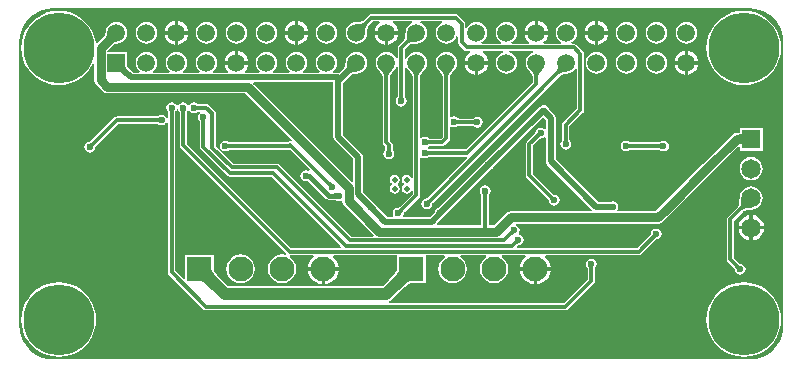
<source format=gbl>
G04*
G04 #@! TF.GenerationSoftware,Altium Limited,Altium Designer,19.0.15 (446)*
G04*
G04 Layer_Physical_Order=2*
G04 Layer_Color=16711680*
%FSAX25Y25*%
%MOIN*%
G70*
G01*
G75*
%ADD14C,0.00800*%
%ADD63C,0.01968*%
%ADD64C,0.01181*%
%ADD66C,0.01575*%
%ADD67C,0.02953*%
%ADD70C,0.08268*%
%ADD71R,0.08268X0.08268*%
%ADD72C,0.06496*%
%ADD73R,0.06496X0.06496*%
%ADD74R,0.05906X0.05906*%
%ADD75C,0.05906*%
%ADD76C,0.23622*%
%ADD77C,0.01968*%
%ADD78C,0.02362*%
%ADD79C,0.03937*%
G36*
X0351693Y0226138D02*
Y0226138D01*
X0353452Y0225999D01*
X0355168Y0225587D01*
X0356798Y0224912D01*
X0358302Y0223990D01*
X0359644Y0222844D01*
X0360789Y0221503D01*
X0361711Y0219998D01*
X0362387Y0218368D01*
X0362799Y0216653D01*
X0362937Y0214894D01*
X0362938D01*
Y0120405D01*
X0362937D01*
X0362799Y0118647D01*
X0362387Y0116931D01*
X0361711Y0115301D01*
X0360789Y0113796D01*
X0359644Y0112455D01*
X0358302Y0111309D01*
X0356798Y0110387D01*
X0355168Y0109712D01*
X0353452Y0109300D01*
X0351693Y0109161D01*
Y0109161D01*
X0119409D01*
Y0109161D01*
X0117650Y0109300D01*
X0115935Y0109712D01*
X0114305Y0110387D01*
X0112800Y0111309D01*
X0111459Y0112455D01*
X0110313Y0113796D01*
X0109391Y0115301D01*
X0108716Y0116931D01*
X0108304Y0118647D01*
X0108165Y0120405D01*
X0108165D01*
Y0214894D01*
X0108165D01*
X0108304Y0216653D01*
X0108716Y0218368D01*
X0109391Y0219998D01*
X0110313Y0221503D01*
X0111459Y0222844D01*
X0112800Y0223990D01*
X0114305Y0224912D01*
X0115935Y0225587D01*
X0117650Y0225999D01*
X0118909Y0226098D01*
X0119409Y0226054D01*
X0119416Y0226056D01*
X0119497Y0226138D01*
X0119908Y0226138D01*
X0351693Y0226138D01*
D02*
G37*
%LPC*%
G36*
X0301148Y0221884D02*
Y0218565D01*
X0304467D01*
X0304409Y0219007D01*
X0304010Y0219968D01*
X0303377Y0220794D01*
X0302551Y0221428D01*
X0301589Y0221826D01*
X0301148Y0221884D01*
D02*
G37*
G36*
X0299967D02*
X0299526Y0221826D01*
X0298564Y0221428D01*
X0297738Y0220794D01*
X0297105Y0219968D01*
X0296707Y0219007D01*
X0296649Y0218565D01*
X0299967D01*
Y0221884D01*
D02*
G37*
G36*
X0281148D02*
Y0218565D01*
X0284467D01*
X0284409Y0219007D01*
X0284010Y0219968D01*
X0283377Y0220794D01*
X0282551Y0221428D01*
X0281589Y0221826D01*
X0281148Y0221884D01*
D02*
G37*
G36*
X0279967D02*
X0279526Y0221826D01*
X0278564Y0221428D01*
X0277738Y0220794D01*
X0277105Y0219968D01*
X0276707Y0219007D01*
X0276648Y0218565D01*
X0279967D01*
Y0221884D01*
D02*
G37*
G36*
X0201148D02*
Y0218565D01*
X0204467D01*
X0204409Y0219007D01*
X0204010Y0219968D01*
X0203377Y0220794D01*
X0202551Y0221428D01*
X0201589Y0221826D01*
X0201148Y0221884D01*
D02*
G37*
G36*
X0199967D02*
X0199526Y0221826D01*
X0198564Y0221428D01*
X0197738Y0220794D01*
X0197105Y0219968D01*
X0196706Y0219007D01*
X0196649Y0218565D01*
X0199967D01*
Y0221884D01*
D02*
G37*
G36*
X0161148D02*
Y0218565D01*
X0164467D01*
X0164409Y0219007D01*
X0164010Y0219968D01*
X0163377Y0220794D01*
X0162551Y0221428D01*
X0161589Y0221826D01*
X0161148Y0221884D01*
D02*
G37*
G36*
X0159967D02*
X0159526Y0221826D01*
X0158564Y0221428D01*
X0157738Y0220794D01*
X0157105Y0219968D01*
X0156707Y0219007D01*
X0156649Y0218565D01*
X0159967D01*
Y0221884D01*
D02*
G37*
G36*
X0330558Y0221558D02*
X0329630Y0221436D01*
X0328766Y0221078D01*
X0328024Y0220509D01*
X0327454Y0219767D01*
X0327096Y0218902D01*
X0326974Y0217975D01*
X0327096Y0217047D01*
X0327454Y0216183D01*
X0328024Y0215441D01*
X0328766Y0214872D01*
X0329630Y0214514D01*
X0330558Y0214391D01*
X0331485Y0214514D01*
X0332349Y0214872D01*
X0333091Y0215441D01*
X0333661Y0216183D01*
X0334019Y0217047D01*
X0334141Y0217975D01*
X0334019Y0218902D01*
X0333661Y0219767D01*
X0333091Y0220509D01*
X0332349Y0221078D01*
X0331485Y0221436D01*
X0330558Y0221558D01*
D02*
G37*
G36*
X0320558D02*
X0319630Y0221436D01*
X0318766Y0221078D01*
X0318024Y0220509D01*
X0317454Y0219767D01*
X0317096Y0218902D01*
X0316974Y0217975D01*
X0317096Y0217047D01*
X0317454Y0216183D01*
X0318024Y0215441D01*
X0318766Y0214872D01*
X0319630Y0214514D01*
X0320558Y0214391D01*
X0321485Y0214514D01*
X0322349Y0214872D01*
X0323091Y0215441D01*
X0323661Y0216183D01*
X0324019Y0217047D01*
X0324141Y0217975D01*
X0324019Y0218902D01*
X0323661Y0219767D01*
X0323091Y0220509D01*
X0322349Y0221078D01*
X0321485Y0221436D01*
X0320558Y0221558D01*
D02*
G37*
G36*
X0310558D02*
X0309630Y0221436D01*
X0308766Y0221078D01*
X0308024Y0220509D01*
X0307454Y0219767D01*
X0307096Y0218902D01*
X0306974Y0217975D01*
X0307096Y0217047D01*
X0307454Y0216183D01*
X0308024Y0215441D01*
X0308766Y0214872D01*
X0309630Y0214514D01*
X0310558Y0214391D01*
X0311485Y0214514D01*
X0312349Y0214872D01*
X0313091Y0215441D01*
X0313661Y0216183D01*
X0314019Y0217047D01*
X0314141Y0217975D01*
X0314019Y0218902D01*
X0313661Y0219767D01*
X0313091Y0220509D01*
X0312349Y0221078D01*
X0311485Y0221436D01*
X0310558Y0221558D01*
D02*
G37*
G36*
X0210558D02*
X0209630Y0221436D01*
X0208766Y0221078D01*
X0208024Y0220509D01*
X0207454Y0219767D01*
X0207096Y0218902D01*
X0206974Y0217975D01*
X0207096Y0217047D01*
X0207454Y0216183D01*
X0208024Y0215441D01*
X0208766Y0214872D01*
X0209630Y0214514D01*
X0210558Y0214391D01*
X0211485Y0214514D01*
X0212349Y0214872D01*
X0213091Y0215441D01*
X0213661Y0216183D01*
X0214019Y0217047D01*
X0214141Y0217975D01*
X0214019Y0218902D01*
X0213661Y0219767D01*
X0213091Y0220509D01*
X0212349Y0221078D01*
X0211485Y0221436D01*
X0210558Y0221558D01*
D02*
G37*
G36*
X0190558D02*
X0189630Y0221436D01*
X0188766Y0221078D01*
X0188024Y0220509D01*
X0187454Y0219767D01*
X0187096Y0218902D01*
X0186974Y0217975D01*
X0187096Y0217047D01*
X0187454Y0216183D01*
X0188024Y0215441D01*
X0188766Y0214872D01*
X0189630Y0214514D01*
X0190558Y0214391D01*
X0191485Y0214514D01*
X0192349Y0214872D01*
X0193091Y0215441D01*
X0193661Y0216183D01*
X0194019Y0217047D01*
X0194141Y0217975D01*
X0194019Y0218902D01*
X0193661Y0219767D01*
X0193091Y0220509D01*
X0192349Y0221078D01*
X0191485Y0221436D01*
X0190558Y0221558D01*
D02*
G37*
G36*
X0180558D02*
X0179630Y0221436D01*
X0178766Y0221078D01*
X0178024Y0220509D01*
X0177454Y0219767D01*
X0177096Y0218902D01*
X0176974Y0217975D01*
X0177096Y0217047D01*
X0177454Y0216183D01*
X0178024Y0215441D01*
X0178766Y0214872D01*
X0179630Y0214514D01*
X0180558Y0214391D01*
X0181485Y0214514D01*
X0182349Y0214872D01*
X0183091Y0215441D01*
X0183661Y0216183D01*
X0184019Y0217047D01*
X0184141Y0217975D01*
X0184019Y0218902D01*
X0183661Y0219767D01*
X0183091Y0220509D01*
X0182349Y0221078D01*
X0181485Y0221436D01*
X0180558Y0221558D01*
D02*
G37*
G36*
X0170558D02*
X0169630Y0221436D01*
X0168766Y0221078D01*
X0168024Y0220509D01*
X0167454Y0219767D01*
X0167096Y0218902D01*
X0166974Y0217975D01*
X0167096Y0217047D01*
X0167454Y0216183D01*
X0168024Y0215441D01*
X0168766Y0214872D01*
X0169630Y0214514D01*
X0170558Y0214391D01*
X0171485Y0214514D01*
X0172349Y0214872D01*
X0173091Y0215441D01*
X0173661Y0216183D01*
X0174019Y0217047D01*
X0174141Y0217975D01*
X0174019Y0218902D01*
X0173661Y0219767D01*
X0173091Y0220509D01*
X0172349Y0221078D01*
X0171485Y0221436D01*
X0170558Y0221558D01*
D02*
G37*
G36*
X0150558D02*
X0149630Y0221436D01*
X0148766Y0221078D01*
X0148024Y0220509D01*
X0147454Y0219767D01*
X0147096Y0218902D01*
X0146974Y0217975D01*
X0147096Y0217047D01*
X0147454Y0216183D01*
X0148024Y0215441D01*
X0148766Y0214872D01*
X0149630Y0214514D01*
X0150558Y0214391D01*
X0151485Y0214514D01*
X0152349Y0214872D01*
X0153091Y0215441D01*
X0153661Y0216183D01*
X0154019Y0217047D01*
X0154141Y0217975D01*
X0154019Y0218902D01*
X0153661Y0219767D01*
X0153091Y0220509D01*
X0152349Y0221078D01*
X0151485Y0221436D01*
X0150558Y0221558D01*
D02*
G37*
G36*
X0304467Y0217384D02*
X0301148D01*
Y0214066D01*
X0301589Y0214124D01*
X0302551Y0214522D01*
X0303377Y0215156D01*
X0304010Y0215981D01*
X0304409Y0216943D01*
X0304467Y0217384D01*
D02*
G37*
G36*
X0299967D02*
X0296649D01*
X0296707Y0216943D01*
X0297105Y0215981D01*
X0297738Y0215156D01*
X0298564Y0214522D01*
X0299526Y0214124D01*
X0299967Y0214066D01*
Y0217384D01*
D02*
G37*
G36*
X0234467D02*
X0231148D01*
Y0214066D01*
X0231589Y0214124D01*
X0232551Y0214522D01*
X0233377Y0215156D01*
X0234010Y0215981D01*
X0234409Y0216943D01*
X0234467Y0217384D01*
D02*
G37*
G36*
X0229967D02*
X0226648D01*
X0226707Y0216943D01*
X0227105Y0215981D01*
X0227738Y0215156D01*
X0228564Y0214522D01*
X0229526Y0214124D01*
X0229967Y0214066D01*
Y0217384D01*
D02*
G37*
G36*
X0204467D02*
X0201148D01*
Y0214066D01*
X0201589Y0214124D01*
X0202551Y0214522D01*
X0203377Y0215156D01*
X0204010Y0215981D01*
X0204409Y0216943D01*
X0204467Y0217384D01*
D02*
G37*
G36*
X0199967D02*
X0196649D01*
X0196706Y0216943D01*
X0197105Y0215981D01*
X0197738Y0215156D01*
X0198564Y0214522D01*
X0199526Y0214124D01*
X0199967Y0214066D01*
Y0217384D01*
D02*
G37*
G36*
X0164467D02*
X0161148D01*
Y0214066D01*
X0161589Y0214124D01*
X0162551Y0214522D01*
X0163377Y0215156D01*
X0164010Y0215981D01*
X0164409Y0216943D01*
X0164467Y0217384D01*
D02*
G37*
G36*
X0159967D02*
X0156649D01*
X0156707Y0216943D01*
X0157105Y0215981D01*
X0157738Y0215156D01*
X0158564Y0214522D01*
X0159526Y0214124D01*
X0159967Y0214066D01*
Y0217384D01*
D02*
G37*
G36*
X0331148Y0211884D02*
Y0208565D01*
X0334467D01*
X0334409Y0209007D01*
X0334010Y0209968D01*
X0333377Y0210794D01*
X0332551Y0211428D01*
X0331589Y0211826D01*
X0331148Y0211884D01*
D02*
G37*
G36*
X0329967D02*
X0329526Y0211826D01*
X0328564Y0211428D01*
X0327738Y0210794D01*
X0327105Y0209968D01*
X0326707Y0209007D01*
X0326648Y0208565D01*
X0329967D01*
Y0211884D01*
D02*
G37*
G36*
X0181148D02*
Y0208565D01*
X0184467D01*
X0184409Y0209007D01*
X0184010Y0209968D01*
X0183377Y0210794D01*
X0182551Y0211428D01*
X0181589Y0211826D01*
X0181148Y0211884D01*
D02*
G37*
G36*
X0179967D02*
X0179526Y0211826D01*
X0178564Y0211428D01*
X0177738Y0210794D01*
X0177105Y0209968D01*
X0176707Y0209007D01*
X0176648Y0208565D01*
X0179967D01*
Y0211884D01*
D02*
G37*
G36*
X0320558Y0211558D02*
X0319630Y0211436D01*
X0318766Y0211078D01*
X0318024Y0210509D01*
X0317454Y0209767D01*
X0317096Y0208902D01*
X0316974Y0207975D01*
X0317096Y0207047D01*
X0317454Y0206183D01*
X0318024Y0205441D01*
X0318766Y0204872D01*
X0319630Y0204514D01*
X0320558Y0204392D01*
X0321485Y0204514D01*
X0322349Y0204872D01*
X0323091Y0205441D01*
X0323661Y0206183D01*
X0324019Y0207047D01*
X0324141Y0207975D01*
X0324019Y0208902D01*
X0323661Y0209767D01*
X0323091Y0210509D01*
X0322349Y0211078D01*
X0321485Y0211436D01*
X0320558Y0211558D01*
D02*
G37*
G36*
X0310558D02*
X0309630Y0211436D01*
X0308766Y0211078D01*
X0308024Y0210509D01*
X0307454Y0209767D01*
X0307096Y0208902D01*
X0306974Y0207975D01*
X0307096Y0207047D01*
X0307454Y0206183D01*
X0308024Y0205441D01*
X0308766Y0204872D01*
X0309630Y0204514D01*
X0310558Y0204392D01*
X0311485Y0204514D01*
X0312349Y0204872D01*
X0313091Y0205441D01*
X0313661Y0206183D01*
X0314019Y0207047D01*
X0314141Y0207975D01*
X0314019Y0208902D01*
X0313661Y0209767D01*
X0313091Y0210509D01*
X0312349Y0211078D01*
X0311485Y0211436D01*
X0310558Y0211558D01*
D02*
G37*
G36*
X0300558D02*
X0299630Y0211436D01*
X0298766Y0211078D01*
X0298024Y0210509D01*
X0297454Y0209767D01*
X0297096Y0208902D01*
X0296974Y0207975D01*
X0297096Y0207047D01*
X0297454Y0206183D01*
X0298024Y0205441D01*
X0298766Y0204872D01*
X0299630Y0204514D01*
X0300558Y0204392D01*
X0301485Y0204514D01*
X0302349Y0204872D01*
X0303091Y0205441D01*
X0303661Y0206183D01*
X0304019Y0207047D01*
X0304141Y0207975D01*
X0304019Y0208902D01*
X0303661Y0209767D01*
X0303091Y0210509D01*
X0302349Y0211078D01*
X0301485Y0211436D01*
X0300558Y0211558D01*
D02*
G37*
G36*
X0334467Y0207384D02*
X0331148D01*
Y0204066D01*
X0331589Y0204124D01*
X0332551Y0204522D01*
X0333377Y0205156D01*
X0334010Y0205981D01*
X0334409Y0206943D01*
X0334467Y0207384D01*
D02*
G37*
G36*
X0329967D02*
X0326648D01*
X0326707Y0206943D01*
X0327105Y0205981D01*
X0327738Y0205156D01*
X0328564Y0204522D01*
X0329526Y0204124D01*
X0329967Y0204066D01*
Y0207384D01*
D02*
G37*
G36*
X0349724Y0225375D02*
X0347777Y0225221D01*
X0345877Y0224765D01*
X0344073Y0224018D01*
X0342407Y0222997D01*
X0340921Y0221728D01*
X0339653Y0220243D01*
X0338632Y0218577D01*
X0337884Y0216772D01*
X0337428Y0214873D01*
X0337275Y0212925D01*
X0337428Y0210978D01*
X0337884Y0209078D01*
X0338632Y0207273D01*
X0339653Y0205608D01*
X0340921Y0204122D01*
X0342407Y0202853D01*
X0344073Y0201833D01*
X0345877Y0201085D01*
X0347777Y0200629D01*
X0349724Y0200476D01*
X0351672Y0200629D01*
X0353572Y0201085D01*
X0355376Y0201833D01*
X0357042Y0202853D01*
X0358527Y0204122D01*
X0359796Y0205608D01*
X0360817Y0207273D01*
X0361564Y0209078D01*
X0362020Y0210978D01*
X0362174Y0212925D01*
X0362020Y0214873D01*
X0361564Y0216772D01*
X0360817Y0218577D01*
X0359796Y0220243D01*
X0358527Y0221728D01*
X0357042Y0222997D01*
X0355376Y0224018D01*
X0353572Y0224765D01*
X0351672Y0225221D01*
X0349724Y0225375D01*
D02*
G37*
G36*
X0322951Y0182062D02*
X0322256Y0181924D01*
X0321745Y0181583D01*
X0321700Y0181567D01*
X0321692Y0181565D01*
X0321689Y0181563D01*
X0321677Y0181559D01*
X0321660Y0181544D01*
X0321657Y0181543D01*
X0321637Y0181535D01*
X0321602Y0181524D01*
X0321552Y0181513D01*
X0321496Y0181503D01*
X0321314Y0181488D01*
X0321208Y0181486D01*
X0321148Y0181460D01*
X0312362D01*
X0312306Y0181486D01*
X0312083Y0181495D01*
X0312012Y0181502D01*
X0311948Y0181513D01*
X0311899Y0181524D01*
X0311864Y0181535D01*
X0311843Y0181543D01*
X0311841Y0181544D01*
X0311824Y0181559D01*
X0311812Y0181563D01*
X0311809Y0181565D01*
X0311801Y0181567D01*
X0311756Y0181583D01*
X0311245Y0181924D01*
X0310550Y0182062D01*
X0309855Y0181924D01*
X0309266Y0181531D01*
X0308872Y0180941D01*
X0308734Y0180246D01*
X0308872Y0179552D01*
X0309266Y0178962D01*
X0309855Y0178569D01*
X0310550Y0178430D01*
X0311245Y0178569D01*
X0311756Y0178910D01*
X0311801Y0178926D01*
X0311809Y0178928D01*
X0311812Y0178930D01*
X0311824Y0178934D01*
X0311841Y0178949D01*
X0311843Y0178950D01*
X0311864Y0178958D01*
X0311899Y0178969D01*
X0311948Y0178981D01*
X0312005Y0178990D01*
X0312187Y0179005D01*
X0312293Y0179007D01*
X0312353Y0179033D01*
X0321139D01*
X0321195Y0179007D01*
X0321418Y0178998D01*
X0321488Y0178991D01*
X0321552Y0178981D01*
X0321602Y0178969D01*
X0321637Y0178958D01*
X0321657Y0178950D01*
X0321660Y0178949D01*
X0321677Y0178934D01*
X0321689Y0178930D01*
X0321692Y0178928D01*
X0321700Y0178926D01*
X0321745Y0178910D01*
X0322256Y0178569D01*
X0322951Y0178430D01*
X0323646Y0178569D01*
X0324235Y0178962D01*
X0324629Y0179552D01*
X0324767Y0180246D01*
X0324629Y0180941D01*
X0324235Y0181531D01*
X0323646Y0181924D01*
X0322951Y0182062D01*
D02*
G37*
G36*
X0121378Y0225375D02*
X0119430Y0225221D01*
X0117531Y0224765D01*
X0115726Y0224018D01*
X0114060Y0222997D01*
X0112575Y0221728D01*
X0111306Y0220243D01*
X0110285Y0218577D01*
X0109538Y0216772D01*
X0109082Y0214873D01*
X0108929Y0212925D01*
X0109082Y0210978D01*
X0109538Y0209078D01*
X0110285Y0207273D01*
X0111306Y0205608D01*
X0112575Y0204122D01*
X0114060Y0202853D01*
X0115726Y0201833D01*
X0117531Y0201085D01*
X0119430Y0200629D01*
X0121378Y0200476D01*
X0123326Y0200629D01*
X0125225Y0201085D01*
X0127030Y0201833D01*
X0128695Y0202853D01*
X0130181Y0204122D01*
X0131450Y0205608D01*
X0132471Y0207273D01*
X0132736Y0207914D01*
X0133236Y0207814D01*
Y0202097D01*
X0133397Y0201287D01*
X0133856Y0200600D01*
X0136021Y0198435D01*
X0136708Y0197976D01*
X0137518Y0197815D01*
X0183447D01*
X0198986Y0182275D01*
X0198740Y0181815D01*
X0198542Y0181854D01*
X0198077Y0181762D01*
X0197684Y0181499D01*
X0197684Y0181499D01*
X0197645Y0181460D01*
X0178768D01*
X0178712Y0181486D01*
X0178489Y0181495D01*
X0178419Y0181502D01*
X0178355Y0181513D01*
X0178305Y0181524D01*
X0178270Y0181535D01*
X0178250Y0181543D01*
X0178247Y0181544D01*
X0178230Y0181559D01*
X0178218Y0181563D01*
X0178215Y0181565D01*
X0178207Y0181567D01*
X0178162Y0181583D01*
X0177651Y0181924D01*
X0176956Y0182063D01*
X0176261Y0181924D01*
X0175672Y0181531D01*
X0175278Y0180941D01*
X0175140Y0180247D01*
X0175278Y0179552D01*
X0175672Y0178963D01*
X0176261Y0178569D01*
X0176956Y0178431D01*
X0177651Y0178569D01*
X0178162Y0178910D01*
X0178207Y0178926D01*
X0178215Y0178928D01*
X0178218Y0178930D01*
X0178230Y0178934D01*
X0178247Y0178949D01*
X0178250Y0178950D01*
X0178270Y0178958D01*
X0178305Y0178969D01*
X0178355Y0178981D01*
X0178411Y0178990D01*
X0178593Y0179005D01*
X0178699Y0179007D01*
X0178759Y0179033D01*
X0198148D01*
X0198148Y0179033D01*
X0198386Y0179080D01*
X0204984Y0172482D01*
X0204818Y0171941D01*
X0204586Y0171896D01*
X0204413Y0172012D01*
X0203718Y0172151D01*
X0203023Y0172012D01*
X0202434Y0171619D01*
X0202040Y0171029D01*
X0201902Y0170334D01*
X0202040Y0169640D01*
X0202434Y0169050D01*
X0203023Y0168657D01*
X0203718Y0168518D01*
X0204413Y0168657D01*
X0204518Y0168727D01*
X0210534Y0162711D01*
X0210993Y0162404D01*
X0211534Y0162296D01*
X0213039D01*
X0213093Y0162274D01*
X0213221Y0162274D01*
X0213602Y0162265D01*
X0213647Y0162261D01*
X0213989Y0162033D01*
X0214684Y0161895D01*
X0215378Y0162033D01*
X0215472Y0162096D01*
X0215636Y0162008D01*
X0215921Y0161795D01*
X0216074Y0161027D01*
X0216533Y0160340D01*
X0226409Y0150464D01*
X0226202Y0149964D01*
X0219123D01*
X0195070Y0174018D01*
X0194676Y0174281D01*
X0194211Y0174374D01*
X0194211Y0174374D01*
X0179549D01*
X0173762Y0180161D01*
Y0181585D01*
X0173771Y0181632D01*
X0173771Y0181632D01*
Y0191073D01*
X0173771Y0191073D01*
X0173679Y0191538D01*
X0173416Y0191932D01*
X0171447Y0193900D01*
X0171054Y0194163D01*
X0170589Y0194256D01*
X0170589Y0194256D01*
X0168267D01*
X0168212Y0194281D01*
X0167988Y0194290D01*
X0167918Y0194298D01*
X0167854Y0194308D01*
X0167804Y0194319D01*
X0167769Y0194330D01*
X0167749Y0194338D01*
X0167746Y0194340D01*
X0167730Y0194354D01*
X0167718Y0194358D01*
X0167714Y0194361D01*
X0167706Y0194362D01*
X0167661Y0194378D01*
X0167150Y0194720D01*
X0166455Y0194858D01*
X0165760Y0194720D01*
X0165171Y0194326D01*
X0164984Y0194046D01*
X0164383D01*
X0164196Y0194326D01*
X0163607Y0194720D01*
X0162912Y0194858D01*
X0162217Y0194720D01*
X0161628Y0194326D01*
X0161234Y0193737D01*
X0161198Y0193556D01*
X0160688D01*
X0160653Y0193737D01*
X0160259Y0194326D01*
X0159670Y0194720D01*
X0158975Y0194858D01*
X0158280Y0194720D01*
X0157691Y0194326D01*
X0157297Y0193737D01*
X0157159Y0193042D01*
X0157297Y0192347D01*
X0157639Y0191836D01*
X0157654Y0191791D01*
X0157656Y0191783D01*
X0157658Y0191779D01*
X0157662Y0191767D01*
X0157677Y0191751D01*
X0157678Y0191748D01*
X0157687Y0191728D01*
X0157697Y0191693D01*
X0157709Y0191643D01*
X0157718Y0191587D01*
X0157733Y0191405D01*
X0157735Y0191298D01*
X0157761Y0191239D01*
Y0189754D01*
X0157533Y0189678D01*
X0157261Y0189671D01*
X0156913Y0190192D01*
X0156323Y0190586D01*
X0155628Y0190724D01*
X0154934Y0190586D01*
X0154422Y0190244D01*
X0154377Y0190229D01*
X0154369Y0190227D01*
X0154366Y0190225D01*
X0154354Y0190220D01*
X0154337Y0190206D01*
X0154335Y0190204D01*
X0154314Y0190196D01*
X0154279Y0190185D01*
X0154230Y0190174D01*
X0154173Y0190165D01*
X0153991Y0190150D01*
X0153885Y0190148D01*
X0153825Y0190122D01*
X0140761D01*
X0140296Y0190029D01*
X0139902Y0189766D01*
X0139902Y0189766D01*
X0132129Y0181993D01*
X0132071Y0181971D01*
X0131907Y0181819D01*
X0131852Y0181775D01*
X0131800Y0181737D01*
X0131756Y0181710D01*
X0131724Y0181693D01*
X0131704Y0181684D01*
X0131701Y0181684D01*
X0131679Y0181682D01*
X0131668Y0181677D01*
X0131663Y0181676D01*
X0131656Y0181671D01*
X0131614Y0181651D01*
X0131011Y0181531D01*
X0130422Y0181137D01*
X0130028Y0180548D01*
X0129890Y0179853D01*
X0130028Y0179158D01*
X0130422Y0178569D01*
X0131011Y0178175D01*
X0131706Y0178037D01*
X0132401Y0178175D01*
X0132990Y0178569D01*
X0133383Y0179158D01*
X0133503Y0179761D01*
X0133524Y0179803D01*
X0133529Y0179811D01*
X0133529Y0179815D01*
X0133535Y0179826D01*
X0133536Y0179848D01*
X0133537Y0179851D01*
X0133546Y0179871D01*
X0133563Y0179904D01*
X0133590Y0179947D01*
X0133623Y0179993D01*
X0133741Y0180132D01*
X0133815Y0180209D01*
X0133839Y0180270D01*
X0141264Y0187694D01*
X0153816D01*
X0153872Y0187668D01*
X0154095Y0187660D01*
X0154166Y0187652D01*
X0154230Y0187642D01*
X0154279Y0187630D01*
X0154314Y0187620D01*
X0154335Y0187612D01*
X0154337Y0187610D01*
X0154354Y0187595D01*
X0154366Y0187591D01*
X0154369Y0187589D01*
X0154377Y0187587D01*
X0154422Y0187572D01*
X0154934Y0187230D01*
X0155628Y0187092D01*
X0156323Y0187230D01*
X0156913Y0187624D01*
X0157261Y0188145D01*
X0157533Y0188138D01*
X0157761Y0188062D01*
Y0138121D01*
X0157761Y0138121D01*
X0157853Y0137656D01*
X0158116Y0137262D01*
X0169534Y0125845D01*
X0169534Y0125845D01*
X0169928Y0125582D01*
X0170392Y0125489D01*
X0170392Y0125489D01*
X0290274D01*
X0290274Y0125489D01*
X0290739Y0125582D01*
X0291132Y0125845D01*
X0299794Y0134506D01*
X0299794Y0134506D01*
X0300057Y0134900D01*
X0300149Y0135365D01*
Y0139064D01*
X0300175Y0139120D01*
X0300184Y0139343D01*
X0300191Y0139414D01*
X0300202Y0139478D01*
X0300213Y0139527D01*
X0300224Y0139562D01*
X0300232Y0139583D01*
X0300233Y0139585D01*
X0300248Y0139602D01*
X0300252Y0139614D01*
X0300254Y0139617D01*
X0300256Y0139626D01*
X0300272Y0139670D01*
X0300613Y0140182D01*
X0300751Y0140876D01*
X0300613Y0141571D01*
X0300220Y0142160D01*
X0299630Y0142554D01*
X0298936Y0142692D01*
X0298241Y0142554D01*
X0297651Y0142160D01*
X0297258Y0141571D01*
X0297119Y0140876D01*
X0297258Y0140182D01*
X0297599Y0139670D01*
X0297615Y0139625D01*
X0297617Y0139617D01*
X0297619Y0139614D01*
X0297623Y0139602D01*
X0297638Y0139585D01*
X0297639Y0139583D01*
X0297647Y0139562D01*
X0297658Y0139527D01*
X0297669Y0139478D01*
X0297679Y0139421D01*
X0297694Y0139239D01*
X0297696Y0139133D01*
X0297722Y0139073D01*
Y0135867D01*
X0289771Y0127917D01*
X0231400D01*
X0231301Y0128417D01*
X0231727Y0128594D01*
X0232263Y0129005D01*
X0235156Y0131898D01*
X0235217Y0131921D01*
X0236758Y0133352D01*
X0237419Y0133880D01*
X0238017Y0134297D01*
X0238493Y0134568D01*
X0240252D01*
X0240343Y0134531D01*
X0240392Y0134551D01*
X0240444Y0134539D01*
X0240492Y0134568D01*
X0243631D01*
Y0143787D01*
X0249923D01*
X0250093Y0143287D01*
X0249300Y0142678D01*
X0248541Y0141690D01*
X0248064Y0140538D01*
X0247902Y0139302D01*
X0248064Y0138066D01*
X0248541Y0136915D01*
X0249300Y0135926D01*
X0250289Y0135167D01*
X0251441Y0134690D01*
X0252676Y0134528D01*
X0253912Y0134690D01*
X0255064Y0135167D01*
X0256052Y0135926D01*
X0256811Y0136915D01*
X0257288Y0138066D01*
X0257451Y0139302D01*
X0257288Y0140538D01*
X0256811Y0141690D01*
X0256052Y0142678D01*
X0255259Y0143287D01*
X0255429Y0143787D01*
X0263703D01*
X0263873Y0143287D01*
X0263080Y0142678D01*
X0262321Y0141690D01*
X0261844Y0140538D01*
X0261681Y0139302D01*
X0261844Y0138066D01*
X0262321Y0136915D01*
X0263080Y0135926D01*
X0264069Y0135167D01*
X0265220Y0134690D01*
X0266456Y0134528D01*
X0267692Y0134690D01*
X0268843Y0135167D01*
X0269832Y0135926D01*
X0270591Y0136915D01*
X0271068Y0138066D01*
X0271231Y0139302D01*
X0271068Y0140538D01*
X0270591Y0141690D01*
X0269832Y0142678D01*
X0269039Y0143287D01*
X0269209Y0143787D01*
X0276825D01*
X0276995Y0143287D01*
X0276574Y0142964D01*
X0275751Y0141891D01*
X0275234Y0140642D01*
X0275135Y0139893D01*
X0285336D01*
X0285237Y0140642D01*
X0284720Y0141891D01*
X0283897Y0142964D01*
X0283476Y0143287D01*
X0283645Y0143787D01*
X0314643D01*
X0314643Y0143787D01*
X0315107Y0143879D01*
X0315501Y0144142D01*
X0320134Y0148776D01*
X0320192Y0148797D01*
X0320356Y0148949D01*
X0320411Y0148994D01*
X0320463Y0149031D01*
X0320507Y0149058D01*
X0320539Y0149076D01*
X0320559Y0149084D01*
X0320562Y0149085D01*
X0320584Y0149086D01*
X0320596Y0149092D01*
X0320600Y0149093D01*
X0320607Y0149098D01*
X0320649Y0149118D01*
X0321252Y0149238D01*
X0321842Y0149632D01*
X0322235Y0150221D01*
X0322374Y0150916D01*
X0322235Y0151611D01*
X0321842Y0152200D01*
X0321252Y0152594D01*
X0320558Y0152732D01*
X0319863Y0152594D01*
X0319273Y0152200D01*
X0318880Y0151611D01*
X0318760Y0151008D01*
X0318739Y0150965D01*
X0318735Y0150958D01*
X0318734Y0150954D01*
X0318728Y0150943D01*
X0318727Y0150920D01*
X0318726Y0150918D01*
X0318718Y0150898D01*
X0318700Y0150865D01*
X0318673Y0150822D01*
X0318640Y0150776D01*
X0318522Y0150636D01*
X0318448Y0150560D01*
X0318424Y0150499D01*
X0314140Y0146215D01*
X0274564D01*
X0274148Y0146708D01*
X0274161Y0146829D01*
X0274324Y0146981D01*
X0274380Y0147025D01*
X0274432Y0147063D01*
X0274475Y0147090D01*
X0274508Y0147107D01*
X0274528Y0147116D01*
X0274531Y0147117D01*
X0274553Y0147118D01*
X0274564Y0147124D01*
X0274568Y0147124D01*
X0274576Y0147129D01*
X0274618Y0147150D01*
X0275221Y0147270D01*
X0275810Y0147663D01*
X0276204Y0148252D01*
X0276342Y0148947D01*
X0276204Y0149642D01*
X0275810Y0150231D01*
X0275221Y0150625D01*
X0274945Y0150680D01*
X0274715Y0151236D01*
X0274826Y0151402D01*
X0274964Y0152097D01*
X0274826Y0152792D01*
X0274432Y0153381D01*
X0273843Y0153775D01*
X0273663Y0153811D01*
X0273712Y0154311D01*
X0321180D01*
X0321990Y0154472D01*
X0322677Y0154931D01*
X0325236Y0157490D01*
X0339015Y0171269D01*
X0347847Y0180101D01*
X0348347Y0179894D01*
Y0178699D01*
X0356043D01*
Y0186395D01*
X0348347D01*
Y0184719D01*
X0347596Y0184675D01*
X0347295Y0184673D01*
X0347253Y0184655D01*
X0346489Y0184503D01*
X0345802Y0184044D01*
X0336021Y0174263D01*
X0322242Y0160484D01*
X0320303Y0158545D01*
X0307813D01*
X0307545Y0159045D01*
X0307700Y0159276D01*
X0307838Y0159971D01*
X0307700Y0160666D01*
X0307306Y0161255D01*
X0306717Y0161649D01*
X0306022Y0161787D01*
X0305327Y0161649D01*
X0305234Y0161586D01*
X0301179D01*
X0286968Y0175797D01*
Y0189695D01*
X0286845Y0190313D01*
X0286495Y0190838D01*
X0284690Y0192642D01*
X0284668Y0192753D01*
X0284275Y0193342D01*
X0283686Y0193735D01*
X0282991Y0193874D01*
X0282296Y0193735D01*
X0281707Y0193342D01*
X0281531Y0193079D01*
X0263902Y0175450D01*
X0263792Y0175428D01*
X0263203Y0175035D01*
X0262809Y0174445D01*
X0262787Y0174335D01*
X0247957Y0159505D01*
X0247847Y0159483D01*
X0247258Y0159090D01*
X0246864Y0158501D01*
X0246842Y0158390D01*
X0245107Y0156656D01*
X0236469D01*
X0236270Y0157028D01*
X0236252Y0157156D01*
X0236363Y0157714D01*
X0236384Y0157756D01*
X0236388Y0157763D01*
X0236389Y0157767D01*
X0236395Y0157779D01*
X0236396Y0157801D01*
X0236397Y0157804D01*
X0236405Y0157824D01*
X0236423Y0157856D01*
X0236450Y0157900D01*
X0236483Y0157946D01*
X0236601Y0158085D01*
X0236675Y0158162D01*
X0236699Y0158222D01*
X0241416Y0162939D01*
X0241416Y0162939D01*
X0241679Y0163333D01*
X0241771Y0163798D01*
Y0176320D01*
X0242271Y0176512D01*
X0242729Y0176207D01*
X0243424Y0176068D01*
X0244119Y0176207D01*
X0244630Y0176548D01*
X0244675Y0176564D01*
X0244683Y0176565D01*
X0244686Y0176568D01*
X0244698Y0176572D01*
X0244715Y0176587D01*
X0244717Y0176588D01*
X0244738Y0176596D01*
X0244773Y0176607D01*
X0244823Y0176618D01*
X0244879Y0176627D01*
X0245061Y0176643D01*
X0245167Y0176645D01*
X0245227Y0176671D01*
X0257306D01*
X0257513Y0176171D01*
X0244437Y0163095D01*
X0244380Y0163074D01*
X0244216Y0162922D01*
X0244161Y0162877D01*
X0244108Y0162840D01*
X0244065Y0162812D01*
X0244033Y0162795D01*
X0244012Y0162787D01*
X0244010Y0162786D01*
X0243987Y0162785D01*
X0243976Y0162779D01*
X0243972Y0162778D01*
X0243965Y0162774D01*
X0243922Y0162753D01*
X0243319Y0162633D01*
X0242730Y0162239D01*
X0242337Y0161650D01*
X0242198Y0160955D01*
X0242337Y0160260D01*
X0242730Y0159671D01*
X0243319Y0159277D01*
X0244014Y0159139D01*
X0244709Y0159277D01*
X0245298Y0159671D01*
X0245692Y0160260D01*
X0245812Y0160863D01*
X0245832Y0160906D01*
X0245837Y0160913D01*
X0245838Y0160917D01*
X0245844Y0160928D01*
X0245845Y0160951D01*
X0245846Y0160953D01*
X0245854Y0160974D01*
X0245871Y0161006D01*
X0245899Y0161049D01*
X0245932Y0161095D01*
X0246050Y0161235D01*
X0246124Y0161311D01*
X0246148Y0161372D01*
X0288354Y0203578D01*
X0288407Y0203596D01*
X0288539Y0203712D01*
X0288670Y0203803D01*
X0288835Y0203895D01*
X0289025Y0203980D01*
X0289546Y0204152D01*
X0289831Y0204221D01*
X0290542Y0204345D01*
X0290943Y0204393D01*
X0291056Y0204457D01*
X0291485Y0204514D01*
X0292349Y0204872D01*
X0293091Y0205441D01*
X0293481Y0205949D01*
X0293982Y0205780D01*
Y0192639D01*
X0289519Y0188176D01*
X0289256Y0187783D01*
X0289163Y0187318D01*
X0289163Y0187318D01*
Y0182649D01*
X0289138Y0182594D01*
X0289129Y0182370D01*
X0289121Y0182300D01*
X0289111Y0182236D01*
X0289100Y0182186D01*
X0289089Y0182151D01*
X0289081Y0182131D01*
X0289079Y0182128D01*
X0289065Y0182112D01*
X0289060Y0182100D01*
X0289058Y0182096D01*
X0289056Y0182088D01*
X0289041Y0182043D01*
X0288699Y0181532D01*
X0288561Y0180837D01*
X0288699Y0180142D01*
X0289093Y0179553D01*
X0289682Y0179159D01*
X0290377Y0179021D01*
X0291072Y0179159D01*
X0291661Y0179553D01*
X0292055Y0180142D01*
X0292193Y0180837D01*
X0292055Y0181532D01*
X0291713Y0182043D01*
X0291698Y0182088D01*
X0291696Y0182096D01*
X0291694Y0182100D01*
X0291689Y0182112D01*
X0291675Y0182128D01*
X0291673Y0182131D01*
X0291665Y0182151D01*
X0291654Y0182186D01*
X0291643Y0182236D01*
X0291634Y0182292D01*
X0291619Y0182474D01*
X0291617Y0182581D01*
X0291591Y0182640D01*
Y0186815D01*
X0296054Y0191278D01*
X0296317Y0191672D01*
X0296409Y0192136D01*
X0296409Y0192136D01*
Y0210955D01*
X0296409Y0210955D01*
X0296317Y0211420D01*
X0296054Y0211813D01*
X0296054Y0211814D01*
X0293888Y0213979D01*
X0293495Y0214242D01*
X0293030Y0214334D01*
X0293030Y0214334D01*
X0292359D01*
X0292260Y0214834D01*
X0292349Y0214872D01*
X0293091Y0215441D01*
X0293661Y0216183D01*
X0294019Y0217047D01*
X0294141Y0217975D01*
X0294019Y0218902D01*
X0293661Y0219767D01*
X0293091Y0220509D01*
X0292349Y0221078D01*
X0291485Y0221436D01*
X0290558Y0221558D01*
X0289630Y0221436D01*
X0288766Y0221078D01*
X0288024Y0220509D01*
X0287454Y0219767D01*
X0287096Y0218902D01*
X0286974Y0217975D01*
X0287096Y0217047D01*
X0287454Y0216183D01*
X0288024Y0215441D01*
X0288766Y0214872D01*
X0288856Y0214834D01*
X0288756Y0214334D01*
X0283128D01*
X0282958Y0214834D01*
X0283377Y0215156D01*
X0284010Y0215981D01*
X0284409Y0216943D01*
X0284467Y0217384D01*
X0276648D01*
X0276707Y0216943D01*
X0277105Y0215981D01*
X0277738Y0215156D01*
X0278157Y0214834D01*
X0277987Y0214334D01*
X0272359D01*
X0272260Y0214834D01*
X0272349Y0214872D01*
X0273091Y0215441D01*
X0273661Y0216183D01*
X0274019Y0217047D01*
X0274141Y0217975D01*
X0274019Y0218902D01*
X0273661Y0219767D01*
X0273091Y0220509D01*
X0272349Y0221078D01*
X0271485Y0221436D01*
X0270558Y0221558D01*
X0269630Y0221436D01*
X0268766Y0221078D01*
X0268024Y0220509D01*
X0267454Y0219767D01*
X0267096Y0218902D01*
X0266974Y0217975D01*
X0267096Y0217047D01*
X0267454Y0216183D01*
X0268024Y0215441D01*
X0268766Y0214872D01*
X0268856Y0214834D01*
X0268756Y0214334D01*
X0262359D01*
X0262260Y0214834D01*
X0262349Y0214872D01*
X0263091Y0215441D01*
X0263661Y0216183D01*
X0264019Y0217047D01*
X0264141Y0217975D01*
X0264019Y0218902D01*
X0263661Y0219767D01*
X0263091Y0220509D01*
X0262349Y0221078D01*
X0261485Y0221436D01*
X0260558Y0221558D01*
X0259630Y0221436D01*
X0258766Y0221078D01*
X0258024Y0220509D01*
X0257454Y0219767D01*
X0257342Y0219496D01*
X0256842Y0219596D01*
Y0220995D01*
X0256750Y0221459D01*
X0256487Y0221853D01*
X0256487Y0221853D01*
X0254518Y0223821D01*
X0254124Y0224084D01*
X0253660Y0224177D01*
X0253660Y0224177D01*
X0253135D01*
X0253080Y0224203D01*
X0252494Y0224225D01*
X0252363Y0224177D01*
X0250651D01*
X0250520Y0224225D01*
X0249935Y0224203D01*
X0249879Y0224177D01*
X0247230D01*
X0247174Y0224203D01*
X0246589Y0224225D01*
X0246458Y0224177D01*
X0244746D01*
X0244615Y0224225D01*
X0244029Y0224203D01*
X0243974Y0224177D01*
X0241324D01*
X0241268Y0224203D01*
X0240683Y0224225D01*
X0240552Y0224177D01*
X0238840D01*
X0238709Y0224225D01*
X0238124Y0224203D01*
X0238068Y0224177D01*
X0235419D01*
X0235363Y0224203D01*
X0234778Y0224225D01*
X0234647Y0224177D01*
X0232935D01*
X0232804Y0224225D01*
X0232218Y0224203D01*
X0232163Y0224177D01*
X0229513D01*
X0229457Y0224203D01*
X0228872Y0224225D01*
X0228741Y0224177D01*
X0227029D01*
X0226898Y0224225D01*
X0226313Y0224203D01*
X0226257Y0224177D01*
X0225546D01*
X0225546Y0224177D01*
X0225081Y0224084D01*
X0224687Y0223821D01*
X0224687Y0223821D01*
X0223063Y0222197D01*
X0223010Y0222179D01*
X0222871Y0222057D01*
X0222738Y0221967D01*
X0222578Y0221882D01*
X0222387Y0221804D01*
X0222165Y0221736D01*
X0221911Y0221677D01*
X0221635Y0221633D01*
X0220959Y0221581D01*
X0220581Y0221577D01*
X0220528Y0221554D01*
X0219630Y0221436D01*
X0218766Y0221078D01*
X0218024Y0220509D01*
X0217454Y0219767D01*
X0217096Y0218902D01*
X0216974Y0217975D01*
X0217096Y0217047D01*
X0217454Y0216183D01*
X0218024Y0215441D01*
X0218766Y0214872D01*
X0219630Y0214514D01*
X0220558Y0214391D01*
X0221485Y0214514D01*
X0222349Y0214872D01*
X0223091Y0215441D01*
X0223661Y0216183D01*
X0224019Y0217047D01*
X0224135Y0217931D01*
X0224159Y0217984D01*
X0224183Y0218737D01*
X0224214Y0219044D01*
X0224260Y0219328D01*
X0224318Y0219582D01*
X0224387Y0219804D01*
X0224465Y0219995D01*
X0224550Y0220156D01*
X0224640Y0220288D01*
X0224762Y0220428D01*
X0224780Y0220480D01*
X0226048Y0221749D01*
X0228162D01*
X0228332Y0221249D01*
X0227738Y0220794D01*
X0227105Y0219968D01*
X0226707Y0219007D01*
X0226648Y0218565D01*
X0234467D01*
X0234409Y0219007D01*
X0234010Y0219968D01*
X0233377Y0220794D01*
X0232784Y0221249D01*
X0232953Y0221749D01*
X0239079D01*
X0239179Y0221249D01*
X0238766Y0221078D01*
X0238024Y0220509D01*
X0237454Y0219767D01*
X0237096Y0218902D01*
X0236980Y0218019D01*
X0236956Y0217965D01*
X0236933Y0217213D01*
X0236901Y0216906D01*
X0236855Y0216621D01*
X0236797Y0216368D01*
X0236728Y0216146D01*
X0236650Y0215955D01*
X0236565Y0215794D01*
X0236476Y0215662D01*
X0236353Y0215522D01*
X0236335Y0215469D01*
X0234691Y0213825D01*
X0234428Y0213432D01*
X0234336Y0212967D01*
X0234336Y0212967D01*
Y0209444D01*
X0233836Y0209344D01*
X0233661Y0209767D01*
X0233091Y0210509D01*
X0232349Y0211078D01*
X0231485Y0211436D01*
X0230558Y0211558D01*
X0229630Y0211436D01*
X0228766Y0211078D01*
X0228024Y0210509D01*
X0227454Y0209767D01*
X0227096Y0208902D01*
X0226974Y0207975D01*
X0227096Y0207047D01*
X0227454Y0206183D01*
X0227997Y0205476D01*
X0228017Y0205421D01*
X0228533Y0204873D01*
X0228728Y0204633D01*
X0228896Y0204400D01*
X0229035Y0204179D01*
X0229143Y0203974D01*
X0229223Y0203783D01*
X0229277Y0203610D01*
X0229307Y0203453D01*
X0229319Y0203268D01*
X0229344Y0203218D01*
Y0181499D01*
X0229344Y0181499D01*
X0229436Y0181034D01*
X0229699Y0180640D01*
X0230202Y0180137D01*
Y0179500D01*
X0230176Y0179444D01*
X0230168Y0179220D01*
X0230160Y0179150D01*
X0230150Y0179086D01*
X0230138Y0179037D01*
X0230128Y0179001D01*
X0230119Y0178981D01*
X0230118Y0178979D01*
X0230103Y0178962D01*
X0230099Y0178950D01*
X0230097Y0178947D01*
X0230095Y0178938D01*
X0230080Y0178894D01*
X0229738Y0178382D01*
X0229600Y0177688D01*
X0229738Y0176992D01*
X0230132Y0176403D01*
X0230721Y0176010D01*
X0231416Y0175872D01*
X0232111Y0176010D01*
X0232700Y0176403D01*
X0233094Y0176992D01*
X0233232Y0177688D01*
X0233094Y0178382D01*
X0232752Y0178894D01*
X0232736Y0178938D01*
X0232735Y0178947D01*
X0232733Y0178950D01*
X0232728Y0178962D01*
X0232714Y0178979D01*
X0232712Y0178981D01*
X0232704Y0179001D01*
X0232693Y0179037D01*
X0232682Y0179086D01*
X0232673Y0179142D01*
X0232658Y0179325D01*
X0232656Y0179431D01*
X0232630Y0179491D01*
Y0180640D01*
X0232630Y0180640D01*
X0232537Y0181105D01*
X0232274Y0181499D01*
X0232274Y0181499D01*
X0231771Y0182001D01*
Y0203218D01*
X0231796Y0203268D01*
X0231808Y0203453D01*
X0231838Y0203610D01*
X0231892Y0203783D01*
X0231972Y0203974D01*
X0232080Y0204179D01*
X0232219Y0204400D01*
X0232382Y0204626D01*
X0232823Y0205141D01*
X0233088Y0205412D01*
X0233110Y0205465D01*
X0233661Y0206183D01*
X0233836Y0206606D01*
X0234336Y0206506D01*
Y0205443D01*
Y0197019D01*
X0234310Y0196964D01*
X0234302Y0196740D01*
X0234294Y0196670D01*
X0234284Y0196606D01*
X0234272Y0196556D01*
X0234261Y0196521D01*
X0234253Y0196501D01*
X0234252Y0196498D01*
X0234237Y0196482D01*
X0234233Y0196470D01*
X0234231Y0196466D01*
X0234229Y0196458D01*
X0234214Y0196413D01*
X0233872Y0195902D01*
X0233734Y0195207D01*
X0233872Y0194512D01*
X0234266Y0193923D01*
X0234855Y0193529D01*
X0235550Y0193391D01*
X0236245Y0193529D01*
X0236834Y0193923D01*
X0237227Y0194512D01*
X0237366Y0195207D01*
X0237227Y0195902D01*
X0236886Y0196413D01*
X0236870Y0196458D01*
X0236869Y0196466D01*
X0236866Y0196470D01*
X0236862Y0196482D01*
X0236847Y0196498D01*
X0236846Y0196501D01*
X0236838Y0196521D01*
X0236827Y0196556D01*
X0236816Y0196606D01*
X0236807Y0196662D01*
X0236792Y0196844D01*
X0236790Y0196951D01*
X0236764Y0197010D01*
Y0205443D01*
Y0206544D01*
X0237264Y0206644D01*
X0237454Y0206183D01*
X0237997Y0205476D01*
X0238018Y0205421D01*
X0238533Y0204873D01*
X0238728Y0204633D01*
X0238896Y0204400D01*
X0239035Y0204179D01*
X0239143Y0203974D01*
X0239223Y0203783D01*
X0239277Y0203610D01*
X0239307Y0203453D01*
X0239319Y0203268D01*
X0239344Y0203218D01*
Y0169626D01*
X0238845Y0169569D01*
X0238495Y0170093D01*
X0237971Y0170444D01*
X0237353Y0170567D01*
X0236735Y0170444D01*
X0236211Y0170093D01*
X0235860Y0169569D01*
X0235738Y0168951D01*
X0235860Y0168333D01*
X0236211Y0167809D01*
X0236296Y0167752D01*
Y0167151D01*
X0236211Y0167093D01*
X0235860Y0166569D01*
X0235738Y0165951D01*
X0235860Y0165333D01*
X0236211Y0164809D01*
X0236735Y0164459D01*
X0237353Y0164336D01*
X0237971Y0164459D01*
X0238495Y0164809D01*
X0238845Y0165333D01*
X0239344Y0165276D01*
Y0164301D01*
X0234988Y0159945D01*
X0234931Y0159924D01*
X0234767Y0159772D01*
X0234712Y0159728D01*
X0234660Y0159690D01*
X0234616Y0159663D01*
X0234584Y0159646D01*
X0234563Y0159637D01*
X0234561Y0159636D01*
X0234539Y0159635D01*
X0234527Y0159629D01*
X0234523Y0159629D01*
X0234516Y0159624D01*
X0234474Y0159603D01*
X0233871Y0159483D01*
X0233281Y0159090D01*
X0232888Y0158501D01*
X0232749Y0157806D01*
X0232879Y0157156D01*
X0232861Y0157028D01*
X0232661Y0156656D01*
X0230913D01*
X0227013Y0160556D01*
X0226991Y0160666D01*
X0226598Y0161255D01*
X0226008Y0161649D01*
X0225898Y0161671D01*
X0222795Y0164774D01*
Y0176547D01*
X0222672Y0177165D01*
X0222322Y0177689D01*
X0216098Y0183913D01*
Y0201231D01*
X0218433Y0203566D01*
X0218473Y0203581D01*
X0218655Y0203749D01*
X0218825Y0203882D01*
X0219002Y0203998D01*
X0219187Y0204098D01*
X0219381Y0204182D01*
X0219585Y0204252D01*
X0219800Y0204306D01*
X0220028Y0204344D01*
X0220268Y0204367D01*
X0220543Y0204373D01*
X0220597Y0204397D01*
X0221485Y0204514D01*
X0222349Y0204872D01*
X0223091Y0205441D01*
X0223661Y0206183D01*
X0224019Y0207047D01*
X0224141Y0207975D01*
X0224019Y0208902D01*
X0223661Y0209767D01*
X0223091Y0210509D01*
X0222349Y0211078D01*
X0221485Y0211436D01*
X0220558Y0211558D01*
X0219630Y0211436D01*
X0218766Y0211078D01*
X0218024Y0210509D01*
X0217454Y0209767D01*
X0217096Y0208902D01*
X0216979Y0208014D01*
X0216956Y0207960D01*
X0216949Y0207685D01*
X0216927Y0207445D01*
X0216888Y0207217D01*
X0216834Y0207002D01*
X0216765Y0206798D01*
X0216681Y0206604D01*
X0216581Y0206419D01*
X0216464Y0206242D01*
X0216331Y0206072D01*
X0216163Y0205890D01*
X0216149Y0205850D01*
X0214910Y0204611D01*
X0214483Y0204696D01*
X0212942D01*
X0212773Y0205196D01*
X0213091Y0205441D01*
X0213661Y0206183D01*
X0214019Y0207047D01*
X0214141Y0207975D01*
X0214019Y0208902D01*
X0213661Y0209767D01*
X0213091Y0210509D01*
X0212349Y0211078D01*
X0211485Y0211436D01*
X0210558Y0211558D01*
X0209630Y0211436D01*
X0208766Y0211078D01*
X0208024Y0210509D01*
X0207454Y0209767D01*
X0207096Y0208902D01*
X0206974Y0207975D01*
X0207096Y0207047D01*
X0207454Y0206183D01*
X0208024Y0205441D01*
X0208342Y0205196D01*
X0208173Y0204696D01*
X0202942D01*
X0202773Y0205196D01*
X0203091Y0205441D01*
X0203661Y0206183D01*
X0204019Y0207047D01*
X0204141Y0207975D01*
X0204019Y0208902D01*
X0203661Y0209767D01*
X0203091Y0210509D01*
X0202349Y0211078D01*
X0201485Y0211436D01*
X0200558Y0211558D01*
X0199630Y0211436D01*
X0198766Y0211078D01*
X0198024Y0210509D01*
X0197454Y0209767D01*
X0197096Y0208902D01*
X0196974Y0207975D01*
X0197096Y0207047D01*
X0197454Y0206183D01*
X0198024Y0205441D01*
X0198342Y0205196D01*
X0198173Y0204696D01*
X0192942D01*
X0192773Y0205196D01*
X0193091Y0205441D01*
X0193661Y0206183D01*
X0194019Y0207047D01*
X0194141Y0207975D01*
X0194019Y0208902D01*
X0193661Y0209767D01*
X0193091Y0210509D01*
X0192349Y0211078D01*
X0191485Y0211436D01*
X0190558Y0211558D01*
X0189630Y0211436D01*
X0188766Y0211078D01*
X0188024Y0210509D01*
X0187454Y0209767D01*
X0187096Y0208902D01*
X0186974Y0207975D01*
X0187096Y0207047D01*
X0187454Y0206183D01*
X0188024Y0205441D01*
X0188342Y0205196D01*
X0188173Y0204696D01*
X0183533D01*
X0183468Y0204886D01*
X0183408Y0205196D01*
X0184010Y0205981D01*
X0184409Y0206943D01*
X0184467Y0207384D01*
X0176648D01*
X0176707Y0206943D01*
X0177105Y0205981D01*
X0177707Y0205196D01*
X0177647Y0204886D01*
X0177583Y0204696D01*
X0172942D01*
X0172773Y0205196D01*
X0173091Y0205441D01*
X0173661Y0206183D01*
X0174019Y0207047D01*
X0174141Y0207975D01*
X0174019Y0208902D01*
X0173661Y0209767D01*
X0173091Y0210509D01*
X0172349Y0211078D01*
X0171485Y0211436D01*
X0170558Y0211558D01*
X0169630Y0211436D01*
X0168766Y0211078D01*
X0168024Y0210509D01*
X0167454Y0209767D01*
X0167096Y0208902D01*
X0166974Y0207975D01*
X0167096Y0207047D01*
X0167454Y0206183D01*
X0168024Y0205441D01*
X0168342Y0205196D01*
X0168173Y0204696D01*
X0162942D01*
X0162773Y0205196D01*
X0163091Y0205441D01*
X0163661Y0206183D01*
X0164019Y0207047D01*
X0164141Y0207975D01*
X0164019Y0208902D01*
X0163661Y0209767D01*
X0163091Y0210509D01*
X0162349Y0211078D01*
X0161485Y0211436D01*
X0160558Y0211558D01*
X0159630Y0211436D01*
X0158766Y0211078D01*
X0158024Y0210509D01*
X0157454Y0209767D01*
X0157096Y0208902D01*
X0156974Y0207975D01*
X0157096Y0207047D01*
X0157454Y0206183D01*
X0158024Y0205441D01*
X0158342Y0205196D01*
X0158173Y0204696D01*
X0152942D01*
X0152773Y0205196D01*
X0153091Y0205441D01*
X0153661Y0206183D01*
X0154019Y0207047D01*
X0154141Y0207975D01*
X0154019Y0208902D01*
X0153661Y0209767D01*
X0153091Y0210509D01*
X0152349Y0211078D01*
X0151485Y0211436D01*
X0150558Y0211558D01*
X0149630Y0211436D01*
X0148766Y0211078D01*
X0148024Y0210509D01*
X0147454Y0209767D01*
X0147096Y0208902D01*
X0146974Y0207975D01*
X0147096Y0207047D01*
X0147454Y0206183D01*
X0148024Y0205441D01*
X0148342Y0205196D01*
X0148173Y0204696D01*
X0146120D01*
X0145381Y0205436D01*
X0145366Y0205476D01*
X0144659Y0206238D01*
X0144409Y0206550D01*
X0144215Y0206829D01*
X0144110Y0207012D01*
Y0207728D01*
X0144148Y0207818D01*
X0144127Y0207867D01*
X0144140Y0207919D01*
X0144110Y0207967D01*
Y0211528D01*
X0137794D01*
X0137604Y0212028D01*
X0138963Y0213387D01*
X0138982Y0213393D01*
X0139416Y0213796D01*
X0139601Y0213945D01*
X0139778Y0214072D01*
X0139943Y0214176D01*
X0140093Y0214255D01*
X0140226Y0214312D01*
X0140342Y0214348D01*
X0140440Y0214366D01*
X0140567Y0214374D01*
X0140619Y0214400D01*
X0141485Y0214514D01*
X0142349Y0214872D01*
X0143091Y0215441D01*
X0143661Y0216183D01*
X0144019Y0217047D01*
X0144141Y0217975D01*
X0144019Y0218902D01*
X0143661Y0219767D01*
X0143091Y0220509D01*
X0142349Y0221078D01*
X0141485Y0221436D01*
X0140558Y0221558D01*
X0139630Y0221436D01*
X0138766Y0221078D01*
X0138024Y0220509D01*
X0137454Y0219767D01*
X0137096Y0218902D01*
X0136982Y0218037D01*
X0136957Y0217984D01*
X0136949Y0217857D01*
X0136931Y0217759D01*
X0136894Y0217643D01*
X0136838Y0217510D01*
X0136758Y0217360D01*
X0136655Y0217196D01*
X0136532Y0217024D01*
X0136191Y0216622D01*
X0135985Y0216408D01*
X0135977Y0216388D01*
X0134196Y0214608D01*
X0133680Y0214798D01*
X0133674Y0214873D01*
X0133218Y0216772D01*
X0132471Y0218577D01*
X0131450Y0220243D01*
X0130181Y0221728D01*
X0128695Y0222997D01*
X0127030Y0224018D01*
X0125225Y0224765D01*
X0123326Y0225221D01*
X0121378Y0225375D01*
D02*
G37*
G36*
X0352195Y0176586D02*
X0351191Y0176454D01*
X0350255Y0176066D01*
X0349451Y0175449D01*
X0348834Y0174645D01*
X0348446Y0173709D01*
X0348314Y0172705D01*
X0348446Y0171700D01*
X0348834Y0170764D01*
X0349451Y0169960D01*
X0350255Y0169343D01*
X0351191Y0168956D01*
X0352195Y0168824D01*
X0353200Y0168956D01*
X0354136Y0169343D01*
X0354940Y0169960D01*
X0355557Y0170764D01*
X0355944Y0171700D01*
X0356077Y0172705D01*
X0355944Y0173709D01*
X0355557Y0174645D01*
X0354940Y0175449D01*
X0354136Y0176066D01*
X0353200Y0176454D01*
X0352195Y0176586D01*
D02*
G37*
G36*
X0233353Y0170567D02*
X0232735Y0170444D01*
X0232211Y0170093D01*
X0231860Y0169569D01*
X0231738Y0168951D01*
X0231860Y0168333D01*
X0232211Y0167809D01*
X0232296Y0167752D01*
Y0167151D01*
X0232211Y0167093D01*
X0231860Y0166569D01*
X0231738Y0165951D01*
X0231860Y0165333D01*
X0232211Y0164809D01*
X0232735Y0164459D01*
X0233353Y0164336D01*
X0233971Y0164459D01*
X0234495Y0164809D01*
X0234845Y0165333D01*
X0234968Y0165951D01*
X0234845Y0166569D01*
X0234495Y0167093D01*
X0234409Y0167151D01*
Y0167752D01*
X0234495Y0167809D01*
X0234845Y0168333D01*
X0234968Y0168951D01*
X0234845Y0169569D01*
X0234495Y0170093D01*
X0233971Y0170444D01*
X0233353Y0170567D01*
D02*
G37*
G36*
X0352786Y0157227D02*
Y0153610D01*
X0356402D01*
X0356334Y0154129D01*
X0355906Y0155162D01*
X0355225Y0156049D01*
X0354338Y0156730D01*
X0353304Y0157158D01*
X0352786Y0157227D01*
D02*
G37*
G36*
X0351605D02*
X0351086Y0157158D01*
X0350053Y0156730D01*
X0349166Y0156049D01*
X0348485Y0155162D01*
X0348057Y0154129D01*
X0347988Y0153610D01*
X0351605D01*
Y0157227D01*
D02*
G37*
G36*
X0356402Y0152429D02*
X0352786D01*
Y0148813D01*
X0353304Y0148881D01*
X0354338Y0149309D01*
X0355225Y0149990D01*
X0355906Y0150877D01*
X0356334Y0151911D01*
X0356402Y0152429D01*
D02*
G37*
G36*
X0351605D02*
X0347988D01*
X0348057Y0151911D01*
X0348485Y0150877D01*
X0349166Y0149990D01*
X0350053Y0149309D01*
X0351086Y0148881D01*
X0351605Y0148813D01*
Y0152429D01*
D02*
G37*
G36*
X0352195Y0166743D02*
X0351191Y0166611D01*
X0350255Y0166223D01*
X0349451Y0165607D01*
X0348834Y0164803D01*
X0348446Y0163867D01*
X0348318Y0162892D01*
X0348298Y0162848D01*
X0348274Y0161988D01*
X0348240Y0161633D01*
X0348191Y0161306D01*
X0348128Y0161015D01*
X0348053Y0160761D01*
X0347969Y0160544D01*
X0347877Y0160364D01*
X0347781Y0160219D01*
X0347651Y0160069D01*
X0347634Y0160017D01*
X0344337Y0156720D01*
X0344074Y0156327D01*
X0343982Y0155862D01*
X0343982Y0155862D01*
Y0142451D01*
X0343982Y0142451D01*
X0344074Y0141987D01*
X0344337Y0141593D01*
X0346402Y0139528D01*
X0346423Y0139470D01*
X0346575Y0139306D01*
X0346620Y0139251D01*
X0346657Y0139199D01*
X0346685Y0139156D01*
X0346702Y0139123D01*
X0346710Y0139103D01*
X0346711Y0139100D01*
X0346712Y0139078D01*
X0346718Y0139067D01*
X0346719Y0139062D01*
X0346724Y0139055D01*
X0346744Y0139013D01*
X0346864Y0138410D01*
X0347258Y0137821D01*
X0347847Y0137427D01*
X0348542Y0137289D01*
X0349237Y0137427D01*
X0349826Y0137821D01*
X0350220Y0138410D01*
X0350358Y0139105D01*
X0350220Y0139800D01*
X0349826Y0140389D01*
X0349237Y0140783D01*
X0348634Y0140902D01*
X0348591Y0140923D01*
X0348584Y0140928D01*
X0348580Y0140929D01*
X0348569Y0140934D01*
X0348547Y0140935D01*
X0348544Y0140936D01*
X0348523Y0140945D01*
X0348491Y0140962D01*
X0348448Y0140989D01*
X0348402Y0141022D01*
X0348262Y0141141D01*
X0348186Y0141214D01*
X0348125Y0141238D01*
X0346409Y0142954D01*
Y0155359D01*
X0349350Y0158300D01*
X0349402Y0158318D01*
X0349552Y0158448D01*
X0349697Y0158544D01*
X0349878Y0158636D01*
X0350094Y0158720D01*
X0350348Y0158795D01*
X0350639Y0158858D01*
X0350958Y0158906D01*
X0351733Y0158961D01*
X0352168Y0158965D01*
X0352211Y0158983D01*
X0353200Y0159113D01*
X0354136Y0159501D01*
X0354940Y0160118D01*
X0355557Y0160922D01*
X0355944Y0161858D01*
X0356077Y0162862D01*
X0355944Y0163867D01*
X0355557Y0164803D01*
X0354940Y0165607D01*
X0354136Y0166223D01*
X0353200Y0166611D01*
X0352195Y0166743D01*
D02*
G37*
G36*
X0285336Y0138712D02*
X0280826D01*
Y0134202D01*
X0281576Y0134300D01*
X0282824Y0134818D01*
X0283897Y0135641D01*
X0284720Y0136713D01*
X0285237Y0137962D01*
X0285336Y0138712D01*
D02*
G37*
G36*
X0279645D02*
X0275135D01*
X0275234Y0137962D01*
X0275751Y0136713D01*
X0276574Y0135641D01*
X0277646Y0134818D01*
X0278895Y0134300D01*
X0279645Y0134202D01*
Y0138712D01*
D02*
G37*
G36*
X0349724Y0134823D02*
X0347777Y0134670D01*
X0345877Y0134214D01*
X0344073Y0133466D01*
X0342407Y0132446D01*
X0340921Y0131177D01*
X0339653Y0129692D01*
X0338632Y0128026D01*
X0337884Y0126221D01*
X0337428Y0124321D01*
X0337275Y0122374D01*
X0337428Y0120426D01*
X0337884Y0118527D01*
X0338632Y0116722D01*
X0339653Y0115056D01*
X0340921Y0113571D01*
X0342407Y0112302D01*
X0344073Y0111282D01*
X0345877Y0110534D01*
X0347777Y0110078D01*
X0349724Y0109925D01*
X0351672Y0110078D01*
X0353572Y0110534D01*
X0355376Y0111282D01*
X0357042Y0112302D01*
X0358527Y0113571D01*
X0359796Y0115056D01*
X0360817Y0116722D01*
X0361564Y0118527D01*
X0362020Y0120426D01*
X0362174Y0122374D01*
X0362020Y0124321D01*
X0361564Y0126221D01*
X0360817Y0128026D01*
X0359796Y0129692D01*
X0358527Y0131177D01*
X0357042Y0132446D01*
X0355376Y0133466D01*
X0353572Y0134214D01*
X0351672Y0134670D01*
X0349724Y0134823D01*
D02*
G37*
G36*
X0121378D02*
X0119430Y0134670D01*
X0117531Y0134214D01*
X0115726Y0133466D01*
X0114060Y0132446D01*
X0112575Y0131177D01*
X0111306Y0129692D01*
X0110285Y0128026D01*
X0109538Y0126221D01*
X0109082Y0124321D01*
X0108929Y0122374D01*
X0109082Y0120426D01*
X0109538Y0118527D01*
X0110285Y0116722D01*
X0111306Y0115056D01*
X0112575Y0113571D01*
X0114060Y0112302D01*
X0115726Y0111282D01*
X0117531Y0110534D01*
X0119430Y0110078D01*
X0121378Y0109925D01*
X0123326Y0110078D01*
X0125225Y0110534D01*
X0127030Y0111282D01*
X0128695Y0112302D01*
X0130181Y0113571D01*
X0131450Y0115056D01*
X0132471Y0116722D01*
X0133218Y0118527D01*
X0133674Y0120426D01*
X0133827Y0122374D01*
X0133674Y0124321D01*
X0133218Y0126221D01*
X0132471Y0128026D01*
X0131450Y0129692D01*
X0130181Y0131177D01*
X0128695Y0132446D01*
X0127030Y0133466D01*
X0125225Y0134214D01*
X0123326Y0134670D01*
X0121378Y0134823D01*
D02*
G37*
%LPD*%
G36*
X0322108Y0179420D02*
X0322057Y0179465D01*
X0321998Y0179505D01*
X0321931Y0179540D01*
X0321855Y0179571D01*
X0321770Y0179597D01*
X0321677Y0179618D01*
X0321575Y0179635D01*
X0321465Y0179647D01*
X0321220Y0179656D01*
Y0180837D01*
X0321347Y0180839D01*
X0321575Y0180858D01*
X0321677Y0180875D01*
X0321770Y0180896D01*
X0321855Y0180922D01*
X0321931Y0180953D01*
X0321998Y0180988D01*
X0322057Y0181028D01*
X0322108Y0181073D01*
Y0179420D01*
D02*
G37*
G36*
X0311444Y0181028D02*
X0311503Y0180988D01*
X0311570Y0180953D01*
X0311646Y0180922D01*
X0311731Y0180896D01*
X0311824Y0180875D01*
X0311926Y0180858D01*
X0312036Y0180847D01*
X0312281Y0180837D01*
Y0179656D01*
X0312154Y0179654D01*
X0311926Y0179635D01*
X0311824Y0179618D01*
X0311731Y0179597D01*
X0311646Y0179571D01*
X0311570Y0179540D01*
X0311503Y0179505D01*
X0311444Y0179465D01*
X0311393Y0179420D01*
Y0181073D01*
X0311444Y0181028D01*
D02*
G37*
G36*
X0253054Y0223554D02*
X0252638Y0222373D01*
X0251531Y0222802D01*
X0251507Y0222820D01*
X0251483Y0222802D01*
X0250376Y0222373D01*
X0249960Y0223554D01*
X0250545Y0223576D01*
X0251507Y0222820D01*
X0252469Y0223576D01*
X0253054Y0223554D01*
D02*
G37*
G36*
X0247149D02*
X0246732Y0222373D01*
X0245625Y0222802D01*
X0245602Y0222820D01*
X0245578Y0222802D01*
X0244471Y0222373D01*
X0244055Y0223554D01*
X0244640Y0223576D01*
X0245602Y0222820D01*
X0246563Y0223576D01*
X0247149Y0223554D01*
D02*
G37*
G36*
X0241243D02*
X0240827Y0222373D01*
X0239720Y0222802D01*
X0239696Y0222820D01*
X0239672Y0222802D01*
X0238565Y0222373D01*
X0238149Y0223554D01*
X0238734Y0223576D01*
X0239696Y0222820D01*
X0240658Y0223576D01*
X0241243Y0223554D01*
D02*
G37*
G36*
X0235338D02*
X0234921Y0222373D01*
X0233814Y0222802D01*
X0233791Y0222820D01*
X0233767Y0222802D01*
X0232660Y0222373D01*
X0232244Y0223554D01*
X0232829Y0223576D01*
X0233791Y0222820D01*
X0234752Y0223576D01*
X0235338Y0223554D01*
D02*
G37*
G36*
X0229432D02*
X0229016Y0222373D01*
X0227909Y0222802D01*
X0227885Y0222820D01*
X0227861Y0222802D01*
X0226754Y0222373D01*
X0226338Y0223554D01*
X0226923Y0223576D01*
X0227885Y0222820D01*
X0228847Y0223576D01*
X0229432Y0223554D01*
D02*
G37*
G36*
X0224274Y0220856D02*
X0224125Y0220686D01*
X0223992Y0220491D01*
X0223876Y0220270D01*
X0223775Y0220023D01*
X0223691Y0219751D01*
X0223622Y0219453D01*
X0223570Y0219129D01*
X0223534Y0218780D01*
X0223510Y0218004D01*
X0220587Y0220928D01*
X0220988Y0220931D01*
X0221712Y0220988D01*
X0222036Y0221040D01*
X0222334Y0221108D01*
X0222606Y0221192D01*
X0222852Y0221293D01*
X0223074Y0221410D01*
X0223269Y0221542D01*
X0223439Y0221691D01*
X0224274Y0220856D01*
D02*
G37*
G36*
X0240528Y0215022D02*
X0240127Y0215018D01*
X0239403Y0214962D01*
X0239079Y0214910D01*
X0238782Y0214842D01*
X0238509Y0214757D01*
X0238263Y0214657D01*
X0238042Y0214540D01*
X0237846Y0214408D01*
X0237677Y0214259D01*
X0236842Y0215094D01*
X0236990Y0215264D01*
X0237123Y0215459D01*
X0237240Y0215680D01*
X0237340Y0215927D01*
X0237424Y0216199D01*
X0237493Y0216497D01*
X0237545Y0216821D01*
X0237581Y0217170D01*
X0237605Y0217945D01*
X0240528Y0215022D01*
D02*
G37*
G36*
X0140528D02*
X0140359Y0215012D01*
X0140184Y0214979D01*
X0140002Y0214922D01*
X0139813Y0214842D01*
X0139618Y0214738D01*
X0139416Y0214611D01*
X0139207Y0214461D01*
X0138991Y0214287D01*
X0138541Y0213870D01*
X0136453Y0215958D01*
X0136673Y0216187D01*
X0137044Y0216624D01*
X0137194Y0216833D01*
X0137321Y0217035D01*
X0137425Y0217231D01*
X0137505Y0217419D01*
X0137562Y0217601D01*
X0137595Y0217777D01*
X0137605Y0217945D01*
X0140528Y0215022D01*
D02*
G37*
G36*
X0290865Y0205038D02*
X0290448Y0204988D01*
X0289699Y0204857D01*
X0289367Y0204777D01*
X0288790Y0204586D01*
X0288544Y0204476D01*
X0288327Y0204355D01*
X0288138Y0204225D01*
X0287978Y0204084D01*
X0287045Y0204821D01*
X0287200Y0204998D01*
X0287333Y0205198D01*
X0287445Y0205420D01*
X0287536Y0205664D01*
X0287604Y0205932D01*
X0287652Y0206222D01*
X0287678Y0206535D01*
X0287683Y0206870D01*
X0287666Y0207228D01*
X0287628Y0207609D01*
X0290865Y0205038D01*
D02*
G37*
G36*
X0220528Y0205022D02*
X0220230Y0205015D01*
X0219943Y0204989D01*
X0219667Y0204942D01*
X0219401Y0204875D01*
X0219146Y0204789D01*
X0218902Y0204682D01*
X0218668Y0204556D01*
X0218446Y0204410D01*
X0218234Y0204244D01*
X0218032Y0204058D01*
X0216640Y0205450D01*
X0216826Y0205651D01*
X0216992Y0205863D01*
X0217139Y0206086D01*
X0217265Y0206319D01*
X0217371Y0206563D01*
X0217458Y0206818D01*
X0217525Y0207084D01*
X0217571Y0207360D01*
X0217598Y0207647D01*
X0217605Y0207945D01*
X0220528Y0205022D01*
D02*
G37*
G36*
X0143387Y0207665D02*
X0143331Y0207484D01*
Y0207275D01*
X0143387Y0207038D01*
X0143498Y0206774D01*
X0143665Y0206482D01*
X0143888Y0206162D01*
X0144166Y0205814D01*
X0144890Y0205034D01*
X0143498Y0203642D01*
X0143095Y0204032D01*
X0142371Y0204644D01*
X0142051Y0204867D01*
X0141758Y0205034D01*
X0141494Y0205146D01*
X0141257Y0205201D01*
X0141049D01*
X0140867Y0205146D01*
X0140714Y0205034D01*
X0143498Y0207818D01*
X0143387Y0207665D01*
D02*
G37*
G36*
X0282344Y0205580D02*
X0281872Y0205028D01*
X0281680Y0204763D01*
X0281517Y0204504D01*
X0281384Y0204251D01*
X0281281Y0204006D01*
X0281207Y0203767D01*
X0281163Y0203535D01*
X0281148Y0203310D01*
X0279967D01*
X0279952Y0203535D01*
X0279908Y0203767D01*
X0279834Y0204006D01*
X0279731Y0204251D01*
X0279598Y0204504D01*
X0279435Y0204763D01*
X0279244Y0205028D01*
X0279022Y0205301D01*
X0278491Y0205866D01*
X0282625D01*
X0282344Y0205580D01*
D02*
G37*
G36*
X0252344D02*
X0251871Y0205028D01*
X0251680Y0204763D01*
X0251517Y0204504D01*
X0251384Y0204251D01*
X0251281Y0204006D01*
X0251207Y0203767D01*
X0251163Y0203535D01*
X0251148Y0203310D01*
X0249967D01*
X0249952Y0203535D01*
X0249908Y0203767D01*
X0249834Y0204006D01*
X0249731Y0204251D01*
X0249598Y0204504D01*
X0249435Y0204763D01*
X0249244Y0205028D01*
X0249022Y0205301D01*
X0248491Y0205866D01*
X0252625D01*
X0252344Y0205580D01*
D02*
G37*
G36*
X0242344D02*
X0241872Y0205028D01*
X0241680Y0204763D01*
X0241517Y0204504D01*
X0241384Y0204251D01*
X0241281Y0204006D01*
X0241207Y0203767D01*
X0241163Y0203535D01*
X0241148Y0203310D01*
X0239967D01*
X0239952Y0203535D01*
X0239908Y0203767D01*
X0239834Y0204006D01*
X0239731Y0204251D01*
X0239598Y0204504D01*
X0239436Y0204763D01*
X0239244Y0205028D01*
X0239022Y0205301D01*
X0238491Y0205866D01*
X0242624D01*
X0242344Y0205580D01*
D02*
G37*
G36*
X0232344D02*
X0231872Y0205028D01*
X0231680Y0204763D01*
X0231517Y0204504D01*
X0231384Y0204251D01*
X0231281Y0204006D01*
X0231207Y0203767D01*
X0231163Y0203535D01*
X0231148Y0203310D01*
X0229967D01*
X0229952Y0203535D01*
X0229908Y0203767D01*
X0229834Y0204006D01*
X0229731Y0204251D01*
X0229598Y0204504D01*
X0229435Y0204763D01*
X0229244Y0205028D01*
X0229022Y0205301D01*
X0228491Y0205866D01*
X0232625D01*
X0232344Y0205580D01*
D02*
G37*
G36*
X0236143Y0196812D02*
X0236161Y0196583D01*
X0236178Y0196482D01*
X0236199Y0196388D01*
X0236225Y0196304D01*
X0236256Y0196228D01*
X0236291Y0196160D01*
X0236332Y0196101D01*
X0236377Y0196051D01*
X0234723D01*
X0234768Y0196101D01*
X0234808Y0196160D01*
X0234843Y0196228D01*
X0234874Y0196304D01*
X0234900Y0196388D01*
X0234921Y0196482D01*
X0234938Y0196583D01*
X0234950Y0196693D01*
X0234959Y0196939D01*
X0236140D01*
X0236143Y0196812D01*
D02*
G37*
G36*
X0167349Y0193824D02*
X0167408Y0193783D01*
X0167476Y0193748D01*
X0167552Y0193717D01*
X0167637Y0193691D01*
X0167729Y0193670D01*
X0167831Y0193654D01*
X0167941Y0193642D01*
X0168187Y0193632D01*
Y0192451D01*
X0168060Y0192449D01*
X0167831Y0192430D01*
X0167729Y0192413D01*
X0167637Y0192392D01*
X0167552Y0192366D01*
X0167476Y0192335D01*
X0167408Y0192300D01*
X0167349Y0192260D01*
X0167299Y0192215D01*
Y0193869D01*
X0167349Y0193824D01*
D02*
G37*
G36*
X0163694Y0192148D02*
X0163654Y0192089D01*
X0163618Y0192021D01*
X0163587Y0191945D01*
X0163561Y0191860D01*
X0163540Y0191768D01*
X0163524Y0191666D01*
X0163512Y0191556D01*
X0163502Y0191310D01*
X0162321D01*
X0162319Y0191437D01*
X0162300Y0191666D01*
X0162284Y0191768D01*
X0162262Y0191860D01*
X0162236Y0191945D01*
X0162206Y0192021D01*
X0162170Y0192089D01*
X0162130Y0192148D01*
X0162085Y0192198D01*
X0163739D01*
X0163694Y0192148D01*
D02*
G37*
G36*
X0159757D02*
X0159717Y0192089D01*
X0159681Y0192021D01*
X0159651Y0191945D01*
X0159625Y0191860D01*
X0159603Y0191768D01*
X0159587Y0191666D01*
X0159575Y0191556D01*
X0159565Y0191310D01*
X0158384D01*
X0158382Y0191437D01*
X0158363Y0191666D01*
X0158346Y0191768D01*
X0158325Y0191860D01*
X0158299Y0191945D01*
X0158269Y0192021D01*
X0158233Y0192089D01*
X0158193Y0192148D01*
X0158148Y0192198D01*
X0159802D01*
X0159757Y0192148D01*
D02*
G37*
G36*
X0170387Y0188998D02*
X0170346Y0188939D01*
X0170311Y0188872D01*
X0170280Y0188795D01*
X0170254Y0188711D01*
X0170233Y0188618D01*
X0170217Y0188516D01*
X0170205Y0188406D01*
X0170195Y0188161D01*
X0169014D01*
X0169012Y0188288D01*
X0168993Y0188516D01*
X0168976Y0188618D01*
X0168955Y0188711D01*
X0168929Y0188795D01*
X0168898Y0188872D01*
X0168863Y0188939D01*
X0168823Y0188998D01*
X0168778Y0189049D01*
X0170432D01*
X0170387Y0188998D01*
D02*
G37*
G36*
X0154785Y0188081D02*
X0154734Y0188126D01*
X0154675Y0188166D01*
X0154608Y0188202D01*
X0154532Y0188232D01*
X0154447Y0188258D01*
X0154354Y0188280D01*
X0154253Y0188296D01*
X0154142Y0188308D01*
X0153897Y0188317D01*
Y0189498D01*
X0154024Y0189501D01*
X0154253Y0189520D01*
X0154354Y0189536D01*
X0154447Y0189558D01*
X0154532Y0189584D01*
X0154608Y0189614D01*
X0154675Y0189650D01*
X0154734Y0189690D01*
X0154785Y0189735D01*
Y0188081D01*
D02*
G37*
G36*
X0254279Y0188939D02*
X0254332Y0188891D01*
X0254395Y0188849D01*
X0254466Y0188812D01*
X0254547Y0188781D01*
X0254637Y0188756D01*
X0254736Y0188736D01*
X0254844Y0188722D01*
X0254962Y0188714D01*
X0255088Y0188711D01*
X0254855Y0187530D01*
X0254727Y0187528D01*
X0254394Y0187503D01*
X0254300Y0187488D01*
X0254215Y0187469D01*
X0254138Y0187448D01*
X0254070Y0187422D01*
X0254011Y0187394D01*
X0253960Y0187362D01*
X0254236Y0188992D01*
X0254279Y0188939D01*
D02*
G37*
G36*
X0260100Y0187294D02*
X0260049Y0187339D01*
X0259990Y0187379D01*
X0259923Y0187414D01*
X0259847Y0187445D01*
X0259762Y0187471D01*
X0259669Y0187492D01*
X0259567Y0187509D01*
X0259457Y0187521D01*
X0259212Y0187530D01*
Y0188711D01*
X0259339Y0188714D01*
X0259567Y0188732D01*
X0259669Y0188749D01*
X0259762Y0188770D01*
X0259847Y0188796D01*
X0259923Y0188827D01*
X0259990Y0188862D01*
X0260049Y0188902D01*
X0260100Y0188947D01*
Y0187294D01*
D02*
G37*
G36*
X0249179Y0221249D02*
X0248766Y0221078D01*
X0248024Y0220509D01*
X0247454Y0219767D01*
X0247096Y0218902D01*
X0246974Y0217975D01*
X0247096Y0217047D01*
X0247454Y0216183D01*
X0248024Y0215441D01*
X0248766Y0214872D01*
X0249630Y0214514D01*
X0250558Y0214391D01*
X0251485Y0214514D01*
X0252349Y0214872D01*
X0253091Y0215441D01*
X0253661Y0216183D01*
X0253915Y0216796D01*
X0254415Y0216696D01*
Y0214892D01*
X0254415Y0214892D01*
X0254507Y0214428D01*
X0254770Y0214034D01*
X0256542Y0212262D01*
X0256542Y0212262D01*
X0256936Y0211999D01*
X0257400Y0211907D01*
X0257400Y0211907D01*
X0258313D01*
X0258540Y0211459D01*
X0258537Y0211407D01*
X0257738Y0210794D01*
X0257105Y0209968D01*
X0256707Y0209007D01*
X0256648Y0208565D01*
X0264467D01*
X0264409Y0209007D01*
X0264010Y0209968D01*
X0263377Y0210794D01*
X0262578Y0211407D01*
X0262575Y0211459D01*
X0262802Y0211907D01*
X0269521D01*
X0269630Y0211436D01*
X0268766Y0211078D01*
X0268024Y0210509D01*
X0267454Y0209767D01*
X0267096Y0208902D01*
X0266974Y0207975D01*
X0267096Y0207047D01*
X0267454Y0206183D01*
X0268024Y0205441D01*
X0268766Y0204872D01*
X0269630Y0204514D01*
X0270558Y0204392D01*
X0271485Y0204514D01*
X0272349Y0204872D01*
X0273091Y0205441D01*
X0273661Y0206183D01*
X0274019Y0207047D01*
X0274141Y0207975D01*
X0274019Y0208902D01*
X0273661Y0209767D01*
X0273091Y0210509D01*
X0272349Y0211078D01*
X0271485Y0211436D01*
X0271594Y0211907D01*
X0279521D01*
X0279630Y0211436D01*
X0278766Y0211078D01*
X0278024Y0210509D01*
X0277454Y0209767D01*
X0277096Y0208902D01*
X0276974Y0207975D01*
X0277096Y0207047D01*
X0277454Y0206183D01*
X0277997Y0205476D01*
X0278017Y0205421D01*
X0278533Y0204873D01*
X0278728Y0204633D01*
X0278896Y0204400D01*
X0279035Y0204179D01*
X0279143Y0203974D01*
X0279223Y0203783D01*
X0279277Y0203610D01*
X0279307Y0203453D01*
X0279319Y0203268D01*
X0279344Y0203218D01*
Y0201348D01*
X0257094Y0179098D01*
X0245236D01*
X0245180Y0179124D01*
X0244957Y0179132D01*
X0244886Y0179140D01*
X0244823Y0179150D01*
X0244773Y0179162D01*
X0244738Y0179173D01*
X0244718Y0179181D01*
X0244715Y0179182D01*
X0244698Y0179197D01*
X0244686Y0179201D01*
X0244683Y0179203D01*
X0244675Y0179205D01*
X0244630Y0179220D01*
X0244428Y0179355D01*
Y0179957D01*
X0244630Y0180092D01*
X0244675Y0180107D01*
X0244683Y0180109D01*
X0244686Y0180111D01*
X0244698Y0180115D01*
X0244715Y0180130D01*
X0244717Y0180131D01*
X0244738Y0180139D01*
X0244773Y0180150D01*
X0244823Y0180162D01*
X0244879Y0180171D01*
X0245061Y0180186D01*
X0245167Y0180188D01*
X0245227Y0180214D01*
X0249132D01*
X0249132Y0180214D01*
X0249597Y0180306D01*
X0249991Y0180569D01*
X0251416Y0181994D01*
X0251416Y0181994D01*
X0251679Y0182388D01*
X0251771Y0182853D01*
Y0186573D01*
X0252271Y0186840D01*
X0252571Y0186640D01*
X0253266Y0186501D01*
X0253961Y0186640D01*
X0254190Y0186792D01*
X0254281Y0186808D01*
X0254293Y0186809D01*
X0254297Y0186811D01*
X0254307Y0186812D01*
X0254326Y0186824D01*
X0254341Y0186830D01*
X0254373Y0186839D01*
X0254421Y0186849D01*
X0254470Y0186858D01*
X0254756Y0186879D01*
X0254864Y0186881D01*
X0254924Y0186907D01*
X0259131D01*
X0259187Y0186881D01*
X0259410Y0186872D01*
X0259481Y0186865D01*
X0259544Y0186855D01*
X0259594Y0186843D01*
X0259629Y0186832D01*
X0259650Y0186824D01*
X0259652Y0186823D01*
X0259669Y0186808D01*
X0259681Y0186804D01*
X0259684Y0186802D01*
X0259692Y0186800D01*
X0259737Y0186784D01*
X0260248Y0186443D01*
X0260943Y0186305D01*
X0261638Y0186443D01*
X0262228Y0186836D01*
X0262621Y0187426D01*
X0262759Y0188121D01*
X0262621Y0188815D01*
X0262228Y0189405D01*
X0261638Y0189798D01*
X0260943Y0189936D01*
X0260248Y0189798D01*
X0259737Y0189457D01*
X0259692Y0189441D01*
X0259684Y0189439D01*
X0259681Y0189437D01*
X0259669Y0189433D01*
X0259652Y0189418D01*
X0259650Y0189417D01*
X0259629Y0189409D01*
X0259594Y0189398D01*
X0259544Y0189387D01*
X0259488Y0189377D01*
X0259306Y0189362D01*
X0259200Y0189360D01*
X0259140Y0189334D01*
X0255235D01*
X0255214Y0189348D01*
X0255157Y0189337D01*
X0255103Y0189360D01*
X0254992Y0189363D01*
X0254909Y0189369D01*
X0254841Y0189378D01*
X0254788Y0189388D01*
X0254751Y0189399D01*
X0254738Y0189403D01*
X0254738Y0189403D01*
X0254727Y0189409D01*
X0254714Y0189421D01*
X0254701Y0189426D01*
X0254697Y0189428D01*
X0254688Y0189430D01*
X0254652Y0189450D01*
X0254550Y0189602D01*
X0253961Y0189995D01*
X0253266Y0190133D01*
X0252571Y0189995D01*
X0252271Y0189795D01*
X0251771Y0190062D01*
Y0203218D01*
X0251796Y0203268D01*
X0251808Y0203453D01*
X0251838Y0203610D01*
X0251892Y0203783D01*
X0251972Y0203974D01*
X0252080Y0204179D01*
X0252219Y0204400D01*
X0252382Y0204626D01*
X0252823Y0205141D01*
X0253088Y0205412D01*
X0253110Y0205465D01*
X0253661Y0206183D01*
X0254019Y0207047D01*
X0254141Y0207975D01*
X0254019Y0208902D01*
X0253661Y0209767D01*
X0253091Y0210509D01*
X0252349Y0211078D01*
X0251485Y0211436D01*
X0250558Y0211558D01*
X0249630Y0211436D01*
X0248766Y0211078D01*
X0248024Y0210509D01*
X0247454Y0209767D01*
X0247096Y0208902D01*
X0246974Y0207975D01*
X0247096Y0207047D01*
X0247454Y0206183D01*
X0247997Y0205476D01*
X0248018Y0205421D01*
X0248533Y0204873D01*
X0248728Y0204633D01*
X0248897Y0204400D01*
X0249035Y0204179D01*
X0249143Y0203974D01*
X0249223Y0203783D01*
X0249277Y0203610D01*
X0249307Y0203453D01*
X0249319Y0203268D01*
X0249344Y0203218D01*
Y0183356D01*
X0248630Y0182641D01*
X0245236D01*
X0245180Y0182667D01*
X0244957Y0182676D01*
X0244886Y0182683D01*
X0244823Y0182694D01*
X0244773Y0182705D01*
X0244738Y0182716D01*
X0244718Y0182724D01*
X0244715Y0182725D01*
X0244698Y0182740D01*
X0244686Y0182744D01*
X0244683Y0182747D01*
X0244675Y0182748D01*
X0244630Y0182764D01*
X0244119Y0183105D01*
X0243424Y0183244D01*
X0242729Y0183105D01*
X0242271Y0182800D01*
X0241771Y0182992D01*
Y0203218D01*
X0241796Y0203268D01*
X0241808Y0203453D01*
X0241838Y0203610D01*
X0241892Y0203783D01*
X0241972Y0203974D01*
X0242080Y0204179D01*
X0242219Y0204400D01*
X0242382Y0204626D01*
X0242823Y0205141D01*
X0243088Y0205412D01*
X0243110Y0205465D01*
X0243661Y0206183D01*
X0244019Y0207047D01*
X0244141Y0207975D01*
X0244019Y0208902D01*
X0243661Y0209767D01*
X0243091Y0210509D01*
X0242349Y0211078D01*
X0241485Y0211436D01*
X0240558Y0211558D01*
X0239630Y0211436D01*
X0238766Y0211078D01*
X0238024Y0210509D01*
X0237454Y0209767D01*
X0237264Y0209306D01*
X0236764Y0209406D01*
Y0212464D01*
X0238052Y0213753D01*
X0238105Y0213771D01*
X0238244Y0213893D01*
X0238377Y0213983D01*
X0238537Y0214068D01*
X0238728Y0214145D01*
X0238950Y0214214D01*
X0239204Y0214272D01*
X0239480Y0214317D01*
X0240156Y0214369D01*
X0240534Y0214373D01*
X0240587Y0214395D01*
X0241485Y0214514D01*
X0242349Y0214872D01*
X0243091Y0215441D01*
X0243661Y0216183D01*
X0244019Y0217047D01*
X0244141Y0217975D01*
X0244019Y0218902D01*
X0243661Y0219767D01*
X0243091Y0220509D01*
X0242349Y0221078D01*
X0241936Y0221249D01*
X0242036Y0221749D01*
X0249079D01*
X0249179Y0221249D01*
D02*
G37*
G36*
X0283738Y0189026D02*
Y0186092D01*
X0283476Y0185957D01*
X0283238Y0185897D01*
X0282701Y0186255D01*
X0282006Y0186393D01*
X0281311Y0186255D01*
X0280722Y0185861D01*
X0280329Y0185272D01*
X0280209Y0184669D01*
X0280188Y0184627D01*
X0280183Y0184619D01*
X0280183Y0184615D01*
X0280177Y0184604D01*
X0280176Y0184582D01*
X0280175Y0184579D01*
X0280166Y0184559D01*
X0280149Y0184527D01*
X0280122Y0184483D01*
X0280089Y0184437D01*
X0279971Y0184298D01*
X0279897Y0184221D01*
X0279873Y0184160D01*
X0277408Y0181695D01*
X0277145Y0181302D01*
X0277052Y0180837D01*
X0277052Y0180837D01*
Y0170404D01*
X0277052Y0170404D01*
X0277145Y0169939D01*
X0277408Y0169546D01*
X0284394Y0162559D01*
X0284415Y0162502D01*
X0284567Y0162338D01*
X0284612Y0162283D01*
X0284649Y0162230D01*
X0284677Y0162187D01*
X0284694Y0162155D01*
X0284702Y0162134D01*
X0284703Y0162132D01*
X0284705Y0162110D01*
X0284710Y0162098D01*
X0284711Y0162094D01*
X0284716Y0162087D01*
X0284736Y0162045D01*
X0284856Y0161441D01*
X0285250Y0160852D01*
X0285839Y0160459D01*
X0286534Y0160320D01*
X0287229Y0160459D01*
X0287818Y0160852D01*
X0288212Y0161441D01*
X0288350Y0162136D01*
X0288212Y0162831D01*
X0287818Y0163420D01*
X0287229Y0163814D01*
X0286626Y0163934D01*
X0286583Y0163955D01*
X0286576Y0163959D01*
X0286572Y0163960D01*
X0286561Y0163966D01*
X0286539Y0163967D01*
X0286536Y0163968D01*
X0286516Y0163976D01*
X0286483Y0163994D01*
X0286440Y0164021D01*
X0286394Y0164054D01*
X0286254Y0164172D01*
X0286178Y0164246D01*
X0286117Y0164270D01*
X0279480Y0170907D01*
Y0180334D01*
X0281583Y0182438D01*
X0281641Y0182459D01*
X0281805Y0182611D01*
X0281860Y0182655D01*
X0281912Y0182693D01*
X0281956Y0182720D01*
X0281988Y0182737D01*
X0282008Y0182746D01*
X0282011Y0182747D01*
X0282033Y0182748D01*
X0282045Y0182753D01*
X0282049Y0182754D01*
X0282056Y0182759D01*
X0282098Y0182780D01*
X0282701Y0182899D01*
X0283238Y0183258D01*
X0283476Y0183197D01*
X0283738Y0183062D01*
Y0175128D01*
X0283860Y0174510D01*
X0284211Y0173986D01*
X0299152Y0159045D01*
X0298945Y0158545D01*
X0271967D01*
X0271157Y0158384D01*
X0270470Y0157925D01*
X0270470Y0157925D01*
X0266366Y0153820D01*
X0264716D01*
Y0163474D01*
X0264742Y0163529D01*
X0264751Y0163753D01*
X0264758Y0163823D01*
X0264769Y0163887D01*
X0264780Y0163937D01*
X0264791Y0163972D01*
X0264799Y0163992D01*
X0264800Y0163995D01*
X0264815Y0164011D01*
X0264819Y0164023D01*
X0264821Y0164027D01*
X0264823Y0164035D01*
X0264839Y0164080D01*
X0265180Y0164591D01*
X0265318Y0165286D01*
X0265180Y0165981D01*
X0264787Y0166570D01*
X0264197Y0166964D01*
X0263502Y0167102D01*
X0262807Y0166964D01*
X0262218Y0166570D01*
X0261825Y0165981D01*
X0261686Y0165286D01*
X0261825Y0164591D01*
X0262166Y0164080D01*
X0262182Y0164035D01*
X0262183Y0164027D01*
X0262186Y0164023D01*
X0262190Y0164011D01*
X0262205Y0163995D01*
X0262206Y0163992D01*
X0262214Y0163972D01*
X0262225Y0163937D01*
X0262236Y0163887D01*
X0262245Y0163831D01*
X0262261Y0163649D01*
X0262263Y0163542D01*
X0262289Y0163483D01*
Y0153820D01*
X0247548D01*
X0247341Y0154320D01*
X0249127Y0156106D01*
X0249237Y0156128D01*
X0249826Y0156521D01*
X0250220Y0157111D01*
X0250241Y0157221D01*
X0265071Y0172051D01*
X0265182Y0172073D01*
X0265771Y0172466D01*
X0266164Y0173056D01*
X0266186Y0173166D01*
X0282892Y0189872D01*
X0283738Y0189026D01*
D02*
G37*
G36*
X0281995Y0183396D02*
X0281927Y0183392D01*
X0281857Y0183379D01*
X0281784Y0183356D01*
X0281709Y0183324D01*
X0281630Y0183283D01*
X0281550Y0183232D01*
X0281466Y0183172D01*
X0281380Y0183102D01*
X0281200Y0182935D01*
X0280364Y0183771D01*
X0280453Y0183862D01*
X0280601Y0184037D01*
X0280661Y0184121D01*
X0280712Y0184201D01*
X0280753Y0184280D01*
X0280785Y0184355D01*
X0280808Y0184428D01*
X0280821Y0184498D01*
X0280825Y0184565D01*
X0281995Y0183396D01*
D02*
G37*
G36*
X0290970Y0182442D02*
X0290989Y0182213D01*
X0291005Y0182111D01*
X0291027Y0182018D01*
X0291053Y0181934D01*
X0291083Y0181858D01*
X0291119Y0181790D01*
X0291159Y0181731D01*
X0291204Y0181681D01*
X0289550D01*
X0289595Y0181731D01*
X0289635Y0181790D01*
X0289671Y0181858D01*
X0289702Y0181934D01*
X0289727Y0182018D01*
X0289749Y0182111D01*
X0289765Y0182213D01*
X0289777Y0182323D01*
X0289787Y0182569D01*
X0290968D01*
X0290970Y0182442D01*
D02*
G37*
G36*
X0348971Y0180887D02*
X0348955Y0180922D01*
X0348904Y0180953D01*
X0348821Y0180981D01*
X0348704Y0181005D01*
X0348553Y0181025D01*
X0348152Y0181054D01*
X0347299Y0181071D01*
Y0184024D01*
X0347617Y0184026D01*
X0348704Y0184090D01*
X0348821Y0184114D01*
X0348904Y0184141D01*
X0348955Y0184172D01*
X0348971Y0184207D01*
Y0180887D01*
D02*
G37*
G36*
X0244318Y0182210D02*
X0244377Y0182169D01*
X0244444Y0182134D01*
X0244520Y0182103D01*
X0244605Y0182077D01*
X0244698Y0182056D01*
X0244800Y0182039D01*
X0244910Y0182028D01*
X0245155Y0182018D01*
Y0180837D01*
X0245028Y0180835D01*
X0244800Y0180816D01*
X0244698Y0180799D01*
X0244605Y0180778D01*
X0244520Y0180752D01*
X0244444Y0180721D01*
X0244377Y0180686D01*
X0244318Y0180646D01*
X0244267Y0180601D01*
Y0182254D01*
X0244318Y0182210D01*
D02*
G37*
G36*
X0133348Y0180660D02*
X0133259Y0180568D01*
X0133111Y0180393D01*
X0133051Y0180310D01*
X0133000Y0180229D01*
X0132959Y0180151D01*
X0132927Y0180075D01*
X0132904Y0180002D01*
X0132891Y0179932D01*
X0132887Y0179865D01*
X0131718Y0181034D01*
X0131785Y0181038D01*
X0131855Y0181051D01*
X0131928Y0181074D01*
X0132003Y0181106D01*
X0132082Y0181148D01*
X0132162Y0181198D01*
X0132246Y0181258D01*
X0132332Y0181328D01*
X0132512Y0181495D01*
X0133348Y0180660D01*
D02*
G37*
G36*
X0177850Y0181028D02*
X0177909Y0180988D01*
X0177977Y0180953D01*
X0178052Y0180922D01*
X0178137Y0180896D01*
X0178230Y0180875D01*
X0178332Y0180858D01*
X0178442Y0180847D01*
X0178687Y0180837D01*
Y0179656D01*
X0178560Y0179654D01*
X0178332Y0179635D01*
X0178230Y0179618D01*
X0178137Y0179597D01*
X0178052Y0179571D01*
X0177977Y0179540D01*
X0177909Y0179505D01*
X0177850Y0179465D01*
X0177799Y0179420D01*
Y0181073D01*
X0177850Y0181028D01*
D02*
G37*
G36*
X0232009Y0179292D02*
X0232028Y0179063D01*
X0232044Y0178962D01*
X0232065Y0178869D01*
X0232091Y0178784D01*
X0232122Y0178708D01*
X0232158Y0178641D01*
X0232198Y0178582D01*
X0232243Y0178531D01*
X0230589D01*
X0230634Y0178582D01*
X0230674Y0178641D01*
X0230710Y0178708D01*
X0230740Y0178784D01*
X0230766Y0178869D01*
X0230787Y0178962D01*
X0230804Y0179063D01*
X0230816Y0179173D01*
X0230825Y0179419D01*
X0232006D01*
X0232009Y0179292D01*
D02*
G37*
G36*
X0244318Y0178666D02*
X0244377Y0178626D01*
X0244444Y0178591D01*
X0244520Y0178560D01*
X0244605Y0178534D01*
X0244698Y0178513D01*
X0244800Y0178496D01*
X0244910Y0178484D01*
X0245155Y0178475D01*
Y0177294D01*
X0245028Y0177291D01*
X0244800Y0177272D01*
X0244698Y0177256D01*
X0244605Y0177235D01*
X0244520Y0177209D01*
X0244444Y0177178D01*
X0244377Y0177143D01*
X0244318Y0177102D01*
X0244267Y0177058D01*
Y0178711D01*
X0244318Y0178666D01*
D02*
G37*
G36*
X0212867Y0183244D02*
X0212990Y0182626D01*
X0213341Y0182102D01*
X0219564Y0175878D01*
Y0168393D01*
X0219064Y0168185D01*
X0186284Y0200966D01*
X0186491Y0201466D01*
X0212867D01*
Y0183244D01*
D02*
G37*
G36*
X0211803Y0168218D02*
X0211978Y0168069D01*
X0212061Y0168009D01*
X0212142Y0167958D01*
X0212220Y0167917D01*
X0212296Y0167885D01*
X0212369Y0167862D01*
X0212439Y0167849D01*
X0212506Y0167845D01*
X0211337Y0166676D01*
X0211333Y0166743D01*
X0211320Y0166813D01*
X0211297Y0166886D01*
X0211265Y0166962D01*
X0211224Y0167040D01*
X0211173Y0167121D01*
X0211113Y0167204D01*
X0211043Y0167290D01*
X0210876Y0167471D01*
X0211711Y0168306D01*
X0211803Y0168218D01*
D02*
G37*
G36*
X0264284Y0164392D02*
X0264244Y0164333D01*
X0264209Y0164265D01*
X0264178Y0164189D01*
X0264152Y0164105D01*
X0264131Y0164012D01*
X0264114Y0163910D01*
X0264102Y0163800D01*
X0264093Y0163554D01*
X0262912D01*
X0262910Y0163681D01*
X0262891Y0163910D01*
X0262874Y0164012D01*
X0262853Y0164105D01*
X0262827Y0164189D01*
X0262796Y0164265D01*
X0262761Y0164333D01*
X0262721Y0164392D01*
X0262676Y0164442D01*
X0264329D01*
X0264284Y0164392D01*
D02*
G37*
G36*
X0213840Y0162884D02*
X0213826Y0162892D01*
X0213798Y0162899D01*
X0213757Y0162904D01*
X0213634Y0162914D01*
X0213229Y0162923D01*
X0213094Y0162924D01*
Y0164498D01*
X0213840Y0164538D01*
Y0162884D01*
D02*
G37*
G36*
X0285819Y0163690D02*
X0285994Y0163542D01*
X0286077Y0163482D01*
X0286158Y0163431D01*
X0286236Y0163390D01*
X0286312Y0163357D01*
X0286385Y0163335D01*
X0286455Y0163321D01*
X0286522Y0163317D01*
X0285353Y0162148D01*
X0285349Y0162216D01*
X0285335Y0162286D01*
X0285313Y0162359D01*
X0285281Y0162434D01*
X0285239Y0162512D01*
X0285189Y0162593D01*
X0285128Y0162677D01*
X0285059Y0162763D01*
X0284892Y0162943D01*
X0285727Y0163778D01*
X0285819Y0163690D01*
D02*
G37*
G36*
X0245656Y0161762D02*
X0245568Y0161670D01*
X0245420Y0161495D01*
X0245360Y0161412D01*
X0245309Y0161331D01*
X0245268Y0161253D01*
X0245235Y0161178D01*
X0245213Y0161105D01*
X0245199Y0161035D01*
X0245195Y0160967D01*
X0244026Y0162136D01*
X0244094Y0162140D01*
X0244164Y0162154D01*
X0244236Y0162176D01*
X0244312Y0162208D01*
X0244390Y0162250D01*
X0244471Y0162301D01*
X0244554Y0162361D01*
X0244641Y0162430D01*
X0244821Y0162597D01*
X0245656Y0161762D01*
D02*
G37*
G36*
X0236207Y0158612D02*
X0236119Y0158521D01*
X0235971Y0158346D01*
X0235911Y0158262D01*
X0235860Y0158182D01*
X0235819Y0158103D01*
X0235787Y0158028D01*
X0235764Y0157955D01*
X0235751Y0157885D01*
X0235747Y0157817D01*
X0234577Y0158987D01*
X0234645Y0158991D01*
X0234715Y0159004D01*
X0234788Y0159027D01*
X0234863Y0159059D01*
X0234941Y0159100D01*
X0235022Y0159151D01*
X0235106Y0159211D01*
X0235192Y0159281D01*
X0235372Y0159448D01*
X0236207Y0158612D01*
D02*
G37*
G36*
X0273136Y0150916D02*
X0273069Y0150912D01*
X0272999Y0150899D01*
X0272926Y0150876D01*
X0272850Y0150844D01*
X0272772Y0150802D01*
X0272691Y0150751D01*
X0272608Y0150691D01*
X0272522Y0150622D01*
X0272341Y0150455D01*
X0271506Y0151290D01*
X0271594Y0151382D01*
X0271743Y0151557D01*
X0271803Y0151640D01*
X0271853Y0151721D01*
X0271895Y0151799D01*
X0271927Y0151875D01*
X0271950Y0151947D01*
X0271963Y0152018D01*
X0271967Y0152085D01*
X0273136Y0150916D01*
D02*
G37*
G36*
X0320546Y0149735D02*
X0320478Y0149731D01*
X0320408Y0149717D01*
X0320335Y0149695D01*
X0320260Y0149663D01*
X0320182Y0149621D01*
X0320101Y0149571D01*
X0320017Y0149510D01*
X0319931Y0149441D01*
X0319751Y0149274D01*
X0318916Y0150109D01*
X0319004Y0150200D01*
X0319152Y0150376D01*
X0319212Y0150459D01*
X0319263Y0150540D01*
X0319304Y0150618D01*
X0319336Y0150694D01*
X0319359Y0150766D01*
X0319373Y0150837D01*
X0319376Y0150904D01*
X0320546Y0149735D01*
D02*
G37*
G36*
X0274514Y0147766D02*
X0274447Y0147762D01*
X0274377Y0147749D01*
X0274304Y0147726D01*
X0274228Y0147694D01*
X0274150Y0147653D01*
X0274069Y0147602D01*
X0273986Y0147542D01*
X0273900Y0147472D01*
X0273719Y0147305D01*
X0272884Y0148141D01*
X0272972Y0148232D01*
X0273121Y0148407D01*
X0273181Y0148491D01*
X0273231Y0148571D01*
X0273273Y0148650D01*
X0273305Y0148725D01*
X0273328Y0148798D01*
X0273341Y0148868D01*
X0273345Y0148935D01*
X0274514Y0147766D01*
D02*
G37*
G36*
X0165171Y0191758D02*
X0165760Y0191364D01*
X0166455Y0191226D01*
X0167150Y0191364D01*
X0167661Y0191706D01*
X0167706Y0191721D01*
X0167714Y0191723D01*
X0167718Y0191725D01*
X0167730Y0191729D01*
X0167735Y0191734D01*
X0168226Y0191770D01*
X0168256Y0191735D01*
X0168321Y0191176D01*
X0167927Y0190587D01*
X0167789Y0189892D01*
X0167927Y0189197D01*
X0168269Y0188686D01*
X0168284Y0188641D01*
X0168286Y0188633D01*
X0168288Y0188630D01*
X0168292Y0188618D01*
X0168307Y0188601D01*
X0168308Y0188599D01*
X0168317Y0188578D01*
X0168327Y0188543D01*
X0168339Y0188493D01*
X0168348Y0188437D01*
X0168363Y0188255D01*
X0168365Y0188149D01*
X0168391Y0188089D01*
Y0180050D01*
X0168391Y0180050D01*
X0168483Y0179585D01*
X0168746Y0179191D01*
X0177605Y0170333D01*
X0177605Y0170333D01*
X0177998Y0170070D01*
X0178463Y0169977D01*
X0178463Y0169977D01*
X0192330D01*
X0215622Y0146686D01*
X0215430Y0146224D01*
X0198812D01*
X0164126Y0180911D01*
Y0191230D01*
X0164151Y0191285D01*
X0164160Y0191509D01*
X0164167Y0191579D01*
X0164178Y0191643D01*
X0164189Y0191693D01*
X0164200Y0191728D01*
X0164208Y0191748D01*
X0164210Y0191751D01*
X0164224Y0191767D01*
X0164228Y0191779D01*
X0164231Y0191783D01*
X0164233Y0191791D01*
X0164248Y0191836D01*
X0164383Y0192037D01*
X0164984D01*
X0165171Y0191758D01*
D02*
G37*
G36*
X0161234Y0192347D02*
X0161576Y0191836D01*
X0161591Y0191791D01*
X0161593Y0191783D01*
X0161595Y0191779D01*
X0161599Y0191767D01*
X0161614Y0191751D01*
X0161616Y0191748D01*
X0161624Y0191728D01*
X0161635Y0191693D01*
X0161646Y0191643D01*
X0161655Y0191587D01*
X0161670Y0191405D01*
X0161672Y0191298D01*
X0161698Y0191239D01*
Y0180408D01*
X0161698Y0180408D01*
X0161790Y0179944D01*
X0162054Y0179550D01*
X0197112Y0144492D01*
X0197015Y0143958D01*
X0196976Y0143920D01*
X0195786Y0144077D01*
X0194551Y0143914D01*
X0193399Y0143437D01*
X0192410Y0142678D01*
X0191651Y0141690D01*
X0191174Y0140538D01*
X0191012Y0139302D01*
X0191174Y0138066D01*
X0191651Y0136915D01*
X0192410Y0135926D01*
X0193399Y0135167D01*
X0194551Y0134690D01*
X0195786Y0134528D01*
X0197022Y0134690D01*
X0198174Y0135167D01*
X0199163Y0135926D01*
X0199922Y0136915D01*
X0200399Y0138066D01*
X0200561Y0139302D01*
X0200399Y0140538D01*
X0199922Y0141690D01*
X0199163Y0142678D01*
X0198357Y0143296D01*
X0198527Y0143796D01*
X0206168D01*
X0206338Y0143296D01*
X0205905Y0142964D01*
X0205082Y0141891D01*
X0204564Y0140642D01*
X0204466Y0139893D01*
X0214667D01*
X0214568Y0140642D01*
X0214051Y0141891D01*
X0213228Y0142964D01*
X0212794Y0143296D01*
X0212964Y0143796D01*
X0216457D01*
X0216505Y0143787D01*
X0216505Y0143787D01*
X0234163D01*
Y0140898D01*
X0234133Y0140849D01*
X0234146Y0140797D01*
X0234125Y0140748D01*
X0234163Y0140658D01*
Y0138898D01*
X0233891Y0138423D01*
X0233480Y0137831D01*
X0232289Y0136424D01*
X0231524Y0135632D01*
X0231499Y0135568D01*
X0229359Y0133428D01*
X0177766D01*
X0175632Y0135562D01*
X0175609Y0135622D01*
X0174178Y0137164D01*
X0173650Y0137824D01*
X0173233Y0138423D01*
X0172961Y0138898D01*
Y0140658D01*
X0172999Y0140748D01*
X0172978Y0140797D01*
X0172991Y0140849D01*
X0172961Y0140898D01*
Y0144036D01*
X0163494D01*
Y0135972D01*
X0163032Y0135780D01*
X0160189Y0138623D01*
Y0191230D01*
X0160214Y0191285D01*
X0160223Y0191509D01*
X0160231Y0191579D01*
X0160241Y0191643D01*
X0160252Y0191693D01*
X0160263Y0191728D01*
X0160271Y0191748D01*
X0160273Y0191751D01*
X0160287Y0191767D01*
X0160292Y0191779D01*
X0160294Y0191783D01*
X0160295Y0191791D01*
X0160311Y0191836D01*
X0160653Y0192347D01*
X0160688Y0192527D01*
X0161198D01*
X0161234Y0192347D01*
D02*
G37*
G36*
X0299717Y0139982D02*
X0299677Y0139923D01*
X0299642Y0139856D01*
X0299611Y0139780D01*
X0299585Y0139695D01*
X0299564Y0139602D01*
X0299547Y0139501D01*
X0299535Y0139391D01*
X0299526Y0139145D01*
X0298345D01*
X0298343Y0139272D01*
X0298324Y0139501D01*
X0298307Y0139602D01*
X0298286Y0139695D01*
X0298260Y0139780D01*
X0298229Y0139856D01*
X0298194Y0139923D01*
X0298154Y0139982D01*
X0298109Y0140033D01*
X0299762D01*
X0299717Y0139982D01*
D02*
G37*
G36*
X0240343Y0135180D02*
X0240037Y0135403D01*
X0239675Y0135514D01*
X0239257D01*
X0238784Y0135403D01*
X0238255Y0135180D01*
X0237670Y0134846D01*
X0237030Y0134401D01*
X0236334Y0133844D01*
X0234775Y0132396D01*
X0231991Y0135180D01*
X0232770Y0135988D01*
X0233995Y0137435D01*
X0234441Y0138076D01*
X0234775Y0138660D01*
X0234998Y0139189D01*
X0235109Y0139663D01*
Y0140080D01*
X0234998Y0140442D01*
X0234775Y0140748D01*
X0240343Y0135180D01*
D02*
G37*
G36*
X0172127Y0140442D02*
X0172015Y0140080D01*
Y0139663D01*
X0172127Y0139189D01*
X0172349Y0138660D01*
X0172683Y0138076D01*
X0173129Y0137435D01*
X0173686Y0136739D01*
X0175133Y0135180D01*
X0172349Y0132396D01*
X0171542Y0133176D01*
X0170094Y0134401D01*
X0169454Y0134846D01*
X0168869Y0135180D01*
X0168341Y0135403D01*
X0167867Y0135514D01*
X0167450D01*
X0167088Y0135403D01*
X0166782Y0135180D01*
X0172349Y0140748D01*
X0172127Y0140442D01*
D02*
G37*
%LPC*%
G36*
X0264467Y0207384D02*
X0261148D01*
Y0204066D01*
X0261589Y0204124D01*
X0262551Y0204522D01*
X0263377Y0205156D01*
X0264010Y0205981D01*
X0264409Y0206943D01*
X0264467Y0207384D01*
D02*
G37*
G36*
X0259967D02*
X0256648D01*
X0256707Y0206943D01*
X0257105Y0205981D01*
X0257738Y0205156D01*
X0258564Y0204522D01*
X0259526Y0204124D01*
X0259967Y0204066D01*
Y0207384D01*
D02*
G37*
G36*
X0182007Y0144077D02*
X0180771Y0143914D01*
X0179620Y0143437D01*
X0178631Y0142678D01*
X0177872Y0141690D01*
X0177395Y0140538D01*
X0177232Y0139302D01*
X0177395Y0138066D01*
X0177872Y0136915D01*
X0178631Y0135926D01*
X0179620Y0135167D01*
X0180771Y0134690D01*
X0182007Y0134528D01*
X0183243Y0134690D01*
X0184394Y0135167D01*
X0185383Y0135926D01*
X0186142Y0136915D01*
X0186619Y0138066D01*
X0186782Y0139302D01*
X0186619Y0140538D01*
X0186142Y0141690D01*
X0185383Y0142678D01*
X0184394Y0143437D01*
X0183243Y0143914D01*
X0182007Y0144077D01*
D02*
G37*
G36*
X0214667Y0138712D02*
X0210157D01*
Y0134202D01*
X0210906Y0134300D01*
X0212155Y0134818D01*
X0213228Y0135641D01*
X0214051Y0136713D01*
X0214568Y0137962D01*
X0214667Y0138712D01*
D02*
G37*
G36*
X0208976D02*
X0204466D01*
X0204564Y0137962D01*
X0205082Y0136713D01*
X0205905Y0135641D01*
X0206977Y0134818D01*
X0208226Y0134300D01*
X0208976Y0134202D01*
Y0138712D01*
D02*
G37*
%LPD*%
G36*
X0352163Y0159614D02*
X0351707Y0159610D01*
X0350886Y0159552D01*
X0350522Y0159497D01*
X0350188Y0159425D01*
X0349885Y0159335D01*
X0349612Y0159229D01*
X0349370Y0159106D01*
X0349158Y0158966D01*
X0348976Y0158808D01*
X0348141Y0159643D01*
X0348299Y0159825D01*
X0348439Y0160036D01*
X0348562Y0160279D01*
X0348669Y0160551D01*
X0348758Y0160855D01*
X0348830Y0161189D01*
X0348885Y0161553D01*
X0348923Y0161948D01*
X0348948Y0162830D01*
X0352163Y0159614D01*
D02*
G37*
G36*
X0347827Y0140659D02*
X0348002Y0140510D01*
X0348085Y0140450D01*
X0348166Y0140399D01*
X0348244Y0140358D01*
X0348320Y0140326D01*
X0348392Y0140303D01*
X0348463Y0140290D01*
X0348530Y0140286D01*
X0347361Y0139117D01*
X0347357Y0139184D01*
X0347343Y0139254D01*
X0347321Y0139327D01*
X0347289Y0139403D01*
X0347247Y0139481D01*
X0347196Y0139562D01*
X0347136Y0139645D01*
X0347067Y0139731D01*
X0346900Y0139912D01*
X0347735Y0140747D01*
X0347827Y0140659D01*
D02*
G37*
D14*
X0290558Y0207499D02*
Y0207975D01*
D63*
X0221180Y0164105D02*
Y0176547D01*
X0214483Y0183244D02*
X0221180Y0176547D01*
X0214483Y0183244D02*
Y0201900D01*
Y0203081D01*
X0145451D02*
X0214483D01*
X0140558Y0207975D02*
X0145451Y0203081D01*
X0282991Y0192058D02*
X0285353Y0189695D01*
Y0175128D02*
Y0189695D01*
Y0175128D02*
X0300510Y0159971D01*
X0306022D01*
X0245777Y0155040D02*
X0248542Y0157806D01*
X0230244Y0155040D02*
X0245777D01*
X0225313Y0159971D02*
X0230244Y0155040D01*
X0221180Y0164105D02*
X0225313Y0159971D01*
X0282794Y0192058D02*
X0282991D01*
X0264487Y0173750D02*
X0282794Y0192058D01*
X0248542Y0157806D02*
X0264487Y0173750D01*
X0214483Y0201900D02*
X0220558Y0207975D01*
D64*
X0253266Y0188317D02*
X0253463Y0188121D01*
X0260943D01*
X0250558Y0182853D02*
Y0207975D01*
X0249132Y0181428D02*
X0250558Y0182853D01*
X0345195Y0155862D02*
X0352195Y0162862D01*
X0345195Y0142451D02*
Y0155862D01*
Y0142451D02*
X0348542Y0139105D01*
X0310550Y0180246D02*
X0322951D01*
X0263502Y0151900D02*
Y0165286D01*
Y0151900D02*
X0263699Y0151703D01*
X0290377Y0180837D02*
Y0187318D01*
X0295195Y0192136D01*
X0198310Y0145010D02*
X0216495D01*
X0162912Y0180408D02*
X0198310Y0145010D01*
X0162912Y0180408D02*
Y0193042D01*
X0178463Y0171191D02*
X0192833D01*
X0169605Y0180050D02*
X0178463Y0171191D01*
X0169605Y0180050D02*
Y0189892D01*
X0179046Y0173160D02*
X0194211D01*
X0172548Y0179658D02*
X0179046Y0173160D01*
X0176956Y0180247D02*
X0198148D01*
X0198542Y0180640D01*
X0298936Y0135365D02*
Y0140876D01*
X0290274Y0126703D02*
X0298936Y0135365D01*
X0170392Y0126703D02*
X0290274D01*
X0158975Y0138121D02*
X0170392Y0126703D01*
X0158975Y0138121D02*
Y0193042D01*
X0314643Y0145001D02*
X0320558Y0150916D01*
X0216505Y0145001D02*
X0314643D01*
X0216495Y0145010D02*
X0216505Y0145001D01*
X0272361Y0146782D02*
X0274526Y0148947D01*
X0217243Y0146782D02*
X0272361D01*
X0192833Y0171191D02*
X0217243Y0146782D01*
X0269802Y0148750D02*
X0273148Y0152097D01*
X0218621Y0148750D02*
X0269802D01*
X0194211Y0173160D02*
X0218621Y0148750D01*
X0234565Y0157806D02*
X0240558Y0163798D01*
X0278266Y0170404D02*
X0286534Y0162136D01*
X0295195Y0192136D02*
Y0210955D01*
X0278266Y0180837D02*
X0282006Y0184577D01*
X0278266Y0170404D02*
Y0180837D01*
X0230558Y0181499D02*
Y0207975D01*
Y0181499D02*
X0231416Y0180640D01*
X0235550Y0195207D02*
Y0205443D01*
X0231416Y0177688D02*
Y0180640D01*
X0255628Y0214892D02*
Y0220995D01*
X0253660Y0222963D02*
X0255628Y0220995D01*
X0225546Y0222963D02*
X0253660D01*
X0255628Y0214892D02*
X0257400Y0213121D01*
X0293030D02*
X0295195Y0210955D01*
X0257400Y0213121D02*
X0293030D01*
X0220558Y0217975D02*
X0225546Y0222963D01*
X0235550Y0205443D02*
Y0212967D01*
X0240558Y0217975D01*
X0131706Y0179853D02*
X0140761Y0188908D01*
X0155628D01*
X0172558Y0181632D02*
Y0191073D01*
X0172548Y0181623D02*
X0172558Y0181632D01*
X0172548Y0179658D02*
Y0181623D01*
X0170589Y0193042D02*
X0172558Y0191073D01*
X0166455Y0193042D02*
X0170589D01*
X0244014Y0160955D02*
X0290558Y0207499D01*
X0198542Y0180640D02*
X0212518Y0166664D01*
X0243424Y0181428D02*
X0249132D01*
X0280558Y0200845D02*
Y0207975D01*
X0257597Y0177884D02*
X0280558Y0200845D01*
X0243424Y0177884D02*
X0257597D01*
X0240558Y0163798D02*
Y0207975D01*
D66*
X0203718Y0170334D02*
X0204910D01*
X0211534Y0163711D01*
X0214684D01*
D67*
X0218030Y0161837D02*
Y0166226D01*
X0184324Y0199932D02*
X0218030Y0166226D01*
X0137518Y0199932D02*
X0184324D01*
X0135353Y0202097D02*
X0137518Y0199932D01*
X0321180Y0156428D02*
X0323739Y0158987D01*
X0271967Y0156428D02*
X0321180D01*
X0267243Y0151703D02*
X0271967Y0156428D01*
X0263699Y0151703D02*
X0267243D01*
X0228164D02*
X0263699D01*
X0218030Y0161837D02*
X0228164Y0151703D01*
X0347299Y0182547D02*
X0352195D01*
X0337518Y0172766D02*
X0347299Y0182547D01*
X0135353Y0202097D02*
Y0212770D01*
X0140558Y0217975D01*
X0323739Y0158987D02*
X0337518Y0172766D01*
D70*
X0280235Y0139302D02*
D03*
X0266456D02*
D03*
X0252676D02*
D03*
X0209566D02*
D03*
X0195786D02*
D03*
X0182007D02*
D03*
D71*
X0238897D02*
D03*
X0168228D02*
D03*
D72*
X0352195Y0153020D02*
D03*
Y0162862D02*
D03*
Y0172705D02*
D03*
D73*
Y0182547D02*
D03*
D74*
X0140558Y0207975D02*
D03*
D75*
Y0217975D02*
D03*
X0150558Y0207975D02*
D03*
Y0217975D02*
D03*
X0160558Y0207975D02*
D03*
Y0217975D02*
D03*
X0170558Y0207975D02*
D03*
Y0217975D02*
D03*
X0180558Y0207975D02*
D03*
Y0217975D02*
D03*
X0190558Y0207975D02*
D03*
Y0217975D02*
D03*
X0200558Y0207975D02*
D03*
Y0217975D02*
D03*
X0210558Y0207975D02*
D03*
Y0217975D02*
D03*
X0220558Y0207975D02*
D03*
Y0217975D02*
D03*
X0230558Y0207975D02*
D03*
Y0217975D02*
D03*
X0240558Y0207975D02*
D03*
Y0217975D02*
D03*
X0250558Y0207975D02*
D03*
Y0217975D02*
D03*
X0260558Y0207975D02*
D03*
Y0217975D02*
D03*
X0270558Y0207975D02*
D03*
Y0217975D02*
D03*
X0280558Y0207975D02*
D03*
Y0217975D02*
D03*
X0290558Y0207975D02*
D03*
Y0217975D02*
D03*
X0300558Y0207975D02*
D03*
Y0217975D02*
D03*
X0310558Y0207975D02*
D03*
Y0217975D02*
D03*
X0320558Y0207975D02*
D03*
Y0217975D02*
D03*
X0330558Y0207975D02*
D03*
Y0217975D02*
D03*
D76*
X0349724Y0122374D02*
D03*
Y0212925D02*
D03*
X0121378D02*
D03*
Y0122374D02*
D03*
D77*
X0233353Y0168951D02*
D03*
X0237353D02*
D03*
X0233353Y0165951D02*
D03*
X0237353D02*
D03*
X0357283Y0200787D02*
D03*
X0354331Y0194882D02*
D03*
X0357283Y0188976D02*
D03*
X0354331Y0147638D02*
D03*
X0357283Y0141732D02*
D03*
X0354331Y0135827D02*
D03*
X0348425Y0194882D02*
D03*
X0351378Y0188976D02*
D03*
X0348425Y0147638D02*
D03*
X0351378Y0141732D02*
D03*
X0348425Y0135827D02*
D03*
X0342520Y0194882D02*
D03*
X0345472Y0188976D02*
D03*
X0342520Y0183071D02*
D03*
X0345472Y0165354D02*
D03*
X0342520Y0147638D02*
D03*
X0336614Y0218504D02*
D03*
Y0206693D02*
D03*
X0339567Y0200787D02*
D03*
X0336614Y0194882D02*
D03*
X0339567Y0188976D02*
D03*
Y0165354D02*
D03*
Y0153543D02*
D03*
X0336614Y0147638D02*
D03*
Y0112205D02*
D03*
X0333661Y0212598D02*
D03*
Y0200787D02*
D03*
X0330709Y0183071D02*
D03*
X0333661Y0177165D02*
D03*
X0330709Y0147638D02*
D03*
X0333661Y0129921D02*
D03*
X0330709Y0112205D02*
D03*
X0327756Y0212598D02*
D03*
Y0200787D02*
D03*
X0324803Y0112205D02*
D03*
X0321850Y0212598D02*
D03*
Y0200787D02*
D03*
X0318898Y0171260D02*
D03*
X0321850Y0165354D02*
D03*
X0318898Y0124016D02*
D03*
X0321850Y0118110D02*
D03*
X0318898Y0112205D02*
D03*
X0315945Y0212598D02*
D03*
Y0200787D02*
D03*
X0312992Y0194882D02*
D03*
X0315945Y0188976D02*
D03*
X0312992Y0124016D02*
D03*
X0315945Y0118110D02*
D03*
X0312992Y0112205D02*
D03*
X0310039Y0212598D02*
D03*
Y0200787D02*
D03*
X0307086Y0194882D02*
D03*
Y0183071D02*
D03*
Y0124016D02*
D03*
X0310039Y0118110D02*
D03*
X0307086Y0112205D02*
D03*
X0304134Y0212598D02*
D03*
Y0200787D02*
D03*
X0301181Y0183071D02*
D03*
Y0135827D02*
D03*
X0304134Y0129921D02*
D03*
X0301181Y0124016D02*
D03*
X0304134Y0118110D02*
D03*
X0301181Y0112205D02*
D03*
X0295275Y0218504D02*
D03*
X0298228Y0212598D02*
D03*
Y0200787D02*
D03*
Y0188976D02*
D03*
X0295275Y0183071D02*
D03*
Y0135827D02*
D03*
X0298228Y0129921D02*
D03*
X0295275Y0124016D02*
D03*
X0298228Y0118110D02*
D03*
X0295275Y0112205D02*
D03*
X0292323Y0141732D02*
D03*
X0289370Y0135827D02*
D03*
Y0124016D02*
D03*
X0292323Y0118110D02*
D03*
X0289370Y0112205D02*
D03*
X0286417Y0141732D02*
D03*
Y0129921D02*
D03*
X0283465Y0124016D02*
D03*
X0286417Y0118110D02*
D03*
X0283465Y0112205D02*
D03*
X0280512Y0129921D02*
D03*
X0277559Y0124016D02*
D03*
X0280512Y0118110D02*
D03*
X0277559Y0112205D02*
D03*
X0274606Y0200787D02*
D03*
Y0177165D02*
D03*
X0271654Y0171260D02*
D03*
X0274606Y0165354D02*
D03*
X0271654Y0135827D02*
D03*
X0274606Y0129921D02*
D03*
X0271654Y0124016D02*
D03*
X0274606Y0118110D02*
D03*
X0271654Y0112205D02*
D03*
X0265748Y0218504D02*
D03*
Y0206693D02*
D03*
X0268701Y0200787D02*
D03*
X0265748Y0194882D02*
D03*
X0268701Y0165354D02*
D03*
X0265748Y0159449D02*
D03*
X0268701Y0129921D02*
D03*
X0265748Y0124016D02*
D03*
X0268701Y0118110D02*
D03*
X0265748Y0112205D02*
D03*
X0259842Y0194882D02*
D03*
Y0159449D02*
D03*
Y0135827D02*
D03*
X0262795Y0129921D02*
D03*
X0259842Y0124016D02*
D03*
X0262795Y0118110D02*
D03*
X0259842Y0112205D02*
D03*
X0253937Y0159449D02*
D03*
X0256890Y0129921D02*
D03*
X0253937Y0124016D02*
D03*
X0256890Y0118110D02*
D03*
X0253937Y0112205D02*
D03*
X0250984Y0212598D02*
D03*
X0248031Y0171260D02*
D03*
Y0135827D02*
D03*
X0250984Y0129921D02*
D03*
X0248031Y0124016D02*
D03*
X0250984Y0118110D02*
D03*
X0248031Y0112205D02*
D03*
X0245079Y0141732D02*
D03*
Y0129921D02*
D03*
X0242126Y0124016D02*
D03*
X0245079Y0118110D02*
D03*
X0242126Y0112205D02*
D03*
X0239173Y0129921D02*
D03*
X0236220Y0124016D02*
D03*
X0239173Y0118110D02*
D03*
X0236220Y0112205D02*
D03*
X0230315Y0135827D02*
D03*
Y0124016D02*
D03*
X0233268Y0118110D02*
D03*
X0230315Y0112205D02*
D03*
X0227362Y0188976D02*
D03*
Y0141732D02*
D03*
X0224409Y0135827D02*
D03*
Y0124016D02*
D03*
X0227362Y0118110D02*
D03*
X0224409Y0112205D02*
D03*
X0221457Y0153543D02*
D03*
Y0141732D02*
D03*
X0218504Y0135827D02*
D03*
Y0124016D02*
D03*
X0221457Y0118110D02*
D03*
X0218504Y0112205D02*
D03*
X0212598Y0159449D02*
D03*
X0215551Y0141732D02*
D03*
X0212598Y0124016D02*
D03*
X0215551Y0118110D02*
D03*
X0212598Y0112205D02*
D03*
X0206693Y0124016D02*
D03*
X0209646Y0118110D02*
D03*
X0206693Y0112205D02*
D03*
X0200787Y0124016D02*
D03*
X0203740Y0118110D02*
D03*
X0200787Y0112205D02*
D03*
X0194882Y0183071D02*
D03*
Y0124016D02*
D03*
X0197835Y0118110D02*
D03*
X0194882Y0112205D02*
D03*
X0191929Y0212598D02*
D03*
X0188976Y0147638D02*
D03*
Y0135827D02*
D03*
Y0124016D02*
D03*
X0191929Y0118110D02*
D03*
X0188976Y0112205D02*
D03*
X0183071Y0194882D02*
D03*
Y0124016D02*
D03*
X0186024Y0118110D02*
D03*
X0183071Y0112205D02*
D03*
X0177165Y0194882D02*
D03*
X0180118Y0177165D02*
D03*
X0177165Y0147638D02*
D03*
Y0135827D02*
D03*
Y0124016D02*
D03*
X0180118Y0118110D02*
D03*
X0177165Y0112205D02*
D03*
X0171260Y0159449D02*
D03*
X0174213Y0153543D02*
D03*
X0171260Y0147638D02*
D03*
X0174213Y0141732D02*
D03*
X0171260Y0124016D02*
D03*
X0174213Y0118110D02*
D03*
X0171260Y0112205D02*
D03*
X0165354Y0171260D02*
D03*
X0168307Y0165354D02*
D03*
X0165354Y0159449D02*
D03*
X0168307Y0153543D02*
D03*
X0165354Y0147638D02*
D03*
Y0124016D02*
D03*
X0168307Y0118110D02*
D03*
X0165354Y0112205D02*
D03*
X0162401Y0212598D02*
D03*
Y0177165D02*
D03*
Y0165354D02*
D03*
Y0153543D02*
D03*
Y0141732D02*
D03*
X0159449Y0124016D02*
D03*
X0162401Y0118110D02*
D03*
X0159449Y0112205D02*
D03*
X0156496Y0212598D02*
D03*
X0153543Y0194882D02*
D03*
Y0183071D02*
D03*
X0156496Y0153543D02*
D03*
X0153543Y0147638D02*
D03*
X0156496Y0141732D02*
D03*
X0153543Y0135827D02*
D03*
X0156496Y0118110D02*
D03*
X0153543Y0112205D02*
D03*
X0150591Y0212598D02*
D03*
Y0118110D02*
D03*
X0147638Y0112205D02*
D03*
X0141732Y0124016D02*
D03*
X0144685Y0118110D02*
D03*
X0141732Y0112205D02*
D03*
X0135827Y0218504D02*
D03*
Y0147638D02*
D03*
Y0135827D02*
D03*
Y0124016D02*
D03*
X0138779Y0118110D02*
D03*
X0135827Y0112205D02*
D03*
X0129921Y0194882D02*
D03*
Y0159449D02*
D03*
Y0135827D02*
D03*
X0132874Y0129921D02*
D03*
X0124016Y0194882D02*
D03*
Y0171260D02*
D03*
Y0159449D02*
D03*
Y0147638D02*
D03*
Y0135827D02*
D03*
X0118110Y0183071D02*
D03*
X0121063Y0177165D02*
D03*
X0118110Y0171260D02*
D03*
X0121063Y0165354D02*
D03*
X0118110Y0159449D02*
D03*
X0121063Y0153543D02*
D03*
X0118110Y0147638D02*
D03*
X0121063Y0141732D02*
D03*
X0118110Y0135827D02*
D03*
X0115157Y0200787D02*
D03*
X0112205Y0183071D02*
D03*
X0115157Y0177165D02*
D03*
X0112205Y0171260D02*
D03*
X0115157Y0165354D02*
D03*
X0112205Y0159449D02*
D03*
X0115157Y0153543D02*
D03*
X0112205Y0147638D02*
D03*
X0115157Y0141732D02*
D03*
X0112205Y0135827D02*
D03*
X0213341Y0175522D02*
D03*
X0109959Y0132475D02*
D03*
Y0138381D02*
D03*
Y0144286D02*
D03*
Y0150192D02*
D03*
Y0156097D02*
D03*
Y0162003D02*
D03*
Y0167909D02*
D03*
Y0173814D02*
D03*
Y0179719D02*
D03*
Y0185625D02*
D03*
Y0191531D02*
D03*
Y0197436D02*
D03*
Y0203342D02*
D03*
X0361140Y0131624D02*
D03*
Y0137530D02*
D03*
Y0143436D02*
D03*
Y0149341D02*
D03*
Y0155246D02*
D03*
Y0161152D02*
D03*
Y0167058D02*
D03*
Y0172963D02*
D03*
Y0178869D02*
D03*
Y0184774D02*
D03*
Y0190680D02*
D03*
Y0196585D02*
D03*
Y0202491D02*
D03*
X0327282Y0138121D02*
D03*
X0324526Y0133396D02*
D03*
X0318424Y0132806D02*
D03*
X0311337Y0133199D02*
D03*
X0308188Y0136940D02*
D03*
X0307991Y0142254D02*
D03*
X0340090Y0223786D02*
D03*
X0334184D02*
D03*
X0328279D02*
D03*
X0322373D02*
D03*
X0316468D02*
D03*
X0310562D02*
D03*
X0304657D02*
D03*
X0298751D02*
D03*
X0292846D02*
D03*
X0286940D02*
D03*
X0281035D02*
D03*
X0275129D02*
D03*
X0269224D02*
D03*
X0263318D02*
D03*
X0257413D02*
D03*
X0221980D02*
D03*
X0216074D02*
D03*
X0210169D02*
D03*
X0204263D02*
D03*
X0198358D02*
D03*
X0192452D02*
D03*
X0186547D02*
D03*
X0180641D02*
D03*
X0174735D02*
D03*
X0168830D02*
D03*
X0162925D02*
D03*
X0157019D02*
D03*
X0151113D02*
D03*
X0145208D02*
D03*
X0139302D02*
D03*
X0133397D02*
D03*
X0288109Y0184221D02*
D03*
X0304206Y0187924D02*
D03*
X0298542Y0193735D02*
D03*
X0310943Y0189302D02*
D03*
X0325904Y0179205D02*
D03*
X0329841Y0189685D02*
D03*
X0342636Y0172766D02*
D03*
X0333778Y0157490D02*
D03*
X0346376Y0160459D02*
D03*
X0355235Y0167845D02*
D03*
X0347361Y0169814D02*
D03*
X0317439Y0152688D02*
D03*
X0320392Y0147129D02*
D03*
X0325236Y0154656D02*
D03*
X0317243Y0163896D02*
D03*
X0320392Y0160666D02*
D03*
X0281219Y0179774D02*
D03*
X0278463Y0166743D02*
D03*
X0285550D02*
D03*
X0289290D02*
D03*
X0291455Y0164534D02*
D03*
X0294014Y0162155D02*
D03*
X0296376Y0159962D02*
D03*
X0313896Y0167025D02*
D03*
X0308778Y0167117D02*
D03*
X0303069Y0165354D02*
D03*
X0301148Y0167451D02*
D03*
X0297361Y0167347D02*
D03*
X0299630Y0165089D02*
D03*
X0302085Y0163095D02*
D03*
X0259762Y0155640D02*
D03*
Y0163420D02*
D03*
X0251414Y0155443D02*
D03*
X0226008Y0163066D02*
D03*
X0228463Y0160838D02*
D03*
X0230235Y0158790D02*
D03*
X0223936Y0165286D02*
D03*
Y0169026D02*
D03*
X0243621Y0194854D02*
D03*
X0245589Y0204514D02*
D03*
X0208766Y0147766D02*
D03*
X0288670Y0190680D02*
D03*
X0292359Y0194882D02*
D03*
X0288699D02*
D03*
X0292439Y0201466D02*
D03*
X0288766D02*
D03*
X0282597Y0195601D02*
D03*
X0275510Y0188840D02*
D03*
X0268621Y0181710D02*
D03*
X0255432Y0168951D02*
D03*
X0239880Y0158396D02*
D03*
X0245692Y0168342D02*
D03*
X0251495Y0174538D02*
D03*
X0245786D02*
D03*
X0266455Y0157018D02*
D03*
X0266652Y0161858D02*
D03*
X0166061Y0190029D02*
D03*
X0166258Y0184971D02*
D03*
X0168391Y0178175D02*
D03*
X0172361Y0174144D02*
D03*
X0189959Y0159931D02*
D03*
X0195392Y0162831D02*
D03*
Y0159380D02*
D03*
X0197235Y0155246D02*
D03*
X0205462Y0148947D02*
D03*
X0216668Y0155837D02*
D03*
X0209646Y0162045D02*
D03*
X0206168Y0165089D02*
D03*
X0196377Y0176163D02*
D03*
X0190865Y0176653D02*
D03*
X0184959Y0176613D02*
D03*
X0207203Y0183593D02*
D03*
X0200510Y0190973D02*
D03*
X0205432Y0195207D02*
D03*
X0210550Y0195139D02*
D03*
X0196591Y0194617D02*
D03*
X0202282Y0199609D02*
D03*
X0210558Y0200325D02*
D03*
X0269039Y0173357D02*
D03*
D78*
X0253266Y0188317D02*
D03*
X0260943Y0188121D02*
D03*
X0348542Y0139105D02*
D03*
X0322951Y0180246D02*
D03*
X0263502Y0165286D02*
D03*
X0290377Y0180837D02*
D03*
X0176956Y0180247D02*
D03*
X0203718Y0170334D02*
D03*
X0298936Y0140876D02*
D03*
X0320558Y0150916D02*
D03*
X0274526Y0148947D02*
D03*
X0273148Y0152097D02*
D03*
X0234565Y0157806D02*
D03*
X0306022Y0159971D02*
D03*
X0286534Y0162136D02*
D03*
X0264487Y0173750D02*
D03*
X0282991Y0192058D02*
D03*
X0310550Y0180246D02*
D03*
X0282006Y0184577D02*
D03*
X0235550Y0195207D02*
D03*
X0231416Y0177688D02*
D03*
X0155628Y0188908D02*
D03*
X0169605Y0189892D02*
D03*
X0166455Y0193042D02*
D03*
X0162912D02*
D03*
X0158975D02*
D03*
X0214684Y0163711D02*
D03*
X0323739Y0158987D02*
D03*
X0212518Y0166664D02*
D03*
X0337518Y0172766D02*
D03*
X0243424Y0181428D02*
D03*
Y0177884D02*
D03*
X0248542Y0157806D02*
D03*
X0244014Y0160955D02*
D03*
X0225313Y0159971D02*
D03*
X0145786Y0178081D02*
D03*
X0145392Y0160078D02*
D03*
X0132794Y0156522D02*
D03*
X0132282Y0163317D02*
D03*
X0129644Y0176518D02*
D03*
X0132991Y0176613D02*
D03*
X0131706Y0179853D02*
D03*
D79*
X0230432Y0130837D02*
X0238897Y0139302D01*
X0176693Y0130837D02*
X0230432D01*
X0168228Y0139302D02*
X0176693Y0130837D01*
M02*

</source>
